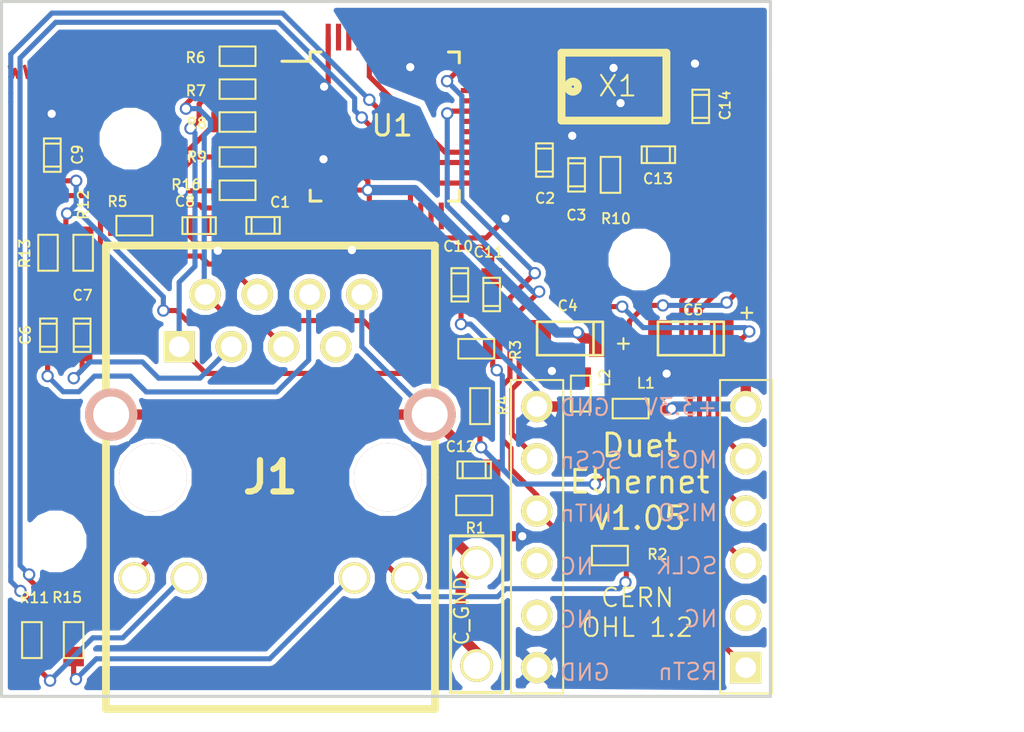
<source format=kicad_pcb>
(kicad_pcb (version 20171130) (host pcbnew "(5.1.4)-1")

  (general
    (thickness 1.6)
    (drawings 18)
    (tracks 519)
    (zones 0)
    (modules 36)
    (nets 33)
  )

  (page A4)
  (title_block
    (title "DuetEthernet Module")
    (date 2017-02-28)
    (rev 1.05)
    (company Duet3D)
    (comment 1 https://github.com/T3P3/Duet/blob/master/LICENSE)
    (comment 2 "Released under the terms of the Duet 3D license agreement: ")
  )

  (layers
    (0 F.Cu signal hide)
    (31 B.Cu signal hide)
    (32 B.Adhes user hide)
    (33 F.Adhes user hide)
    (34 B.Paste user)
    (35 F.Paste user hide)
    (36 B.SilkS user)
    (37 F.SilkS user)
    (38 B.Mask user)
    (39 F.Mask user)
    (40 Dwgs.User user)
    (41 Cmts.User user hide)
    (42 Eco1.User user)
    (43 Eco2.User user hide)
    (44 Edge.Cuts user)
    (45 Margin user)
    (46 B.CrtYd user)
    (47 F.CrtYd user)
    (48 B.Fab user hide)
    (49 F.Fab user)
  )

  (setup
    (last_trace_width 0.25)
    (user_trace_width 0.2)
    (user_trace_width 0.25)
    (user_trace_width 0.4)
    (user_trace_width 0.5)
    (trace_clearance 0.2)
    (zone_clearance 0.23)
    (zone_45_only yes)
    (trace_min 0.2)
    (via_size 0.6)
    (via_drill 0.4)
    (via_min_size 0.4)
    (via_min_drill 0.3)
    (uvia_size 0.3)
    (uvia_drill 0.1)
    (uvias_allowed no)
    (uvia_min_size 0.2)
    (uvia_min_drill 0.1)
    (edge_width 0.15)
    (segment_width 0.2)
    (pcb_text_width 0.3)
    (pcb_text_size 1.5 1.5)
    (mod_edge_width 0.15)
    (mod_text_size 1 1)
    (mod_text_width 0.15)
    (pad_size 4.20116 4.20116)
    (pad_drill 4.20116)
    (pad_to_mask_clearance 0.2)
    (aux_axis_origin 0 0)
    (visible_elements 7FFFFF7F)
    (pcbplotparams
      (layerselection 0x110f8_80000001)
      (usegerberextensions false)
      (usegerberattributes false)
      (usegerberadvancedattributes false)
      (creategerberjobfile false)
      (excludeedgelayer true)
      (linewidth 0.100000)
      (plotframeref false)
      (viasonmask false)
      (mode 1)
      (useauxorigin false)
      (hpglpennumber 1)
      (hpglpenspeed 20)
      (hpglpendiameter 15.000000)
      (psnegative false)
      (psa4output false)
      (plotreference true)
      (plotvalue true)
      (plotinvisibletext false)
      (padsonsilk false)
      (subtractmaskfromsilk false)
      (outputformat 1)
      (mirror false)
      (drillshape 0)
      (scaleselection 1)
      (outputdirectory "DuetEthernetCAM"))
  )

  (net 0 "")
  (net 1 +3V3)
  (net 2 GND)
  (net 3 "Net-(C6-Pad1)")
  (net 4 "Net-(C6-Pad2)")
  (net 5 "Net-(C7-Pad1)")
  (net 6 "Net-(C7-Pad2)")
  (net 7 "Net-(C8-Pad1)")
  (net 8 "Net-(C9-Pad1)")
  (net 9 "Net-(C10-Pad1)")
  (net 10 "Net-(C11-Pad1)")
  (net 11 "Net-(C12-Pad2)")
  (net 12 "Net-(C13-Pad1)")
  (net 13 "Net-(C14-Pad1)")
  (net 14 "Net-(J1-Pad2)")
  (net 15 "Net-(J1-Pad1)")
  (net 16 INTn)
  (net 17 SCSn)
  (net 18 MOSI)
  (net 19 RSTn)
  (net 20 SCLK)
  (net 21 MISO)
  (net 22 "Net-(R6-Pad2)")
  (net 23 "Net-(R7-Pad2)")
  (net 24 "Net-(R8-Pad2)")
  (net 25 "Net-(R9-Pad2)")
  (net 26 "Net-(J1-Pad10)")
  (net 27 ACTLED)
  (net 28 "Net-(J1-Pad11)")
  (net 29 LINKLED)
  (net 30 "Net-(R16-Pad2)")
  (net 31 AGND)
  (net 32 +3V3_A)

  (net_class Default "This is the default net class."
    (clearance 0.2)
    (trace_width 0.25)
    (via_dia 0.6)
    (via_drill 0.4)
    (uvia_dia 0.3)
    (uvia_drill 0.1)
    (add_net +3V3)
    (add_net +3V3_A)
    (add_net ACTLED)
    (add_net AGND)
    (add_net GND)
    (add_net INTn)
    (add_net LINKLED)
    (add_net MISO)
    (add_net MOSI)
    (add_net "Net-(C10-Pad1)")
    (add_net "Net-(C11-Pad1)")
    (add_net "Net-(C12-Pad2)")
    (add_net "Net-(C13-Pad1)")
    (add_net "Net-(C14-Pad1)")
    (add_net "Net-(C6-Pad1)")
    (add_net "Net-(C6-Pad2)")
    (add_net "Net-(C7-Pad1)")
    (add_net "Net-(C7-Pad2)")
    (add_net "Net-(C8-Pad1)")
    (add_net "Net-(C9-Pad1)")
    (add_net "Net-(J1-Pad1)")
    (add_net "Net-(J1-Pad10)")
    (add_net "Net-(J1-Pad11)")
    (add_net "Net-(J1-Pad2)")
    (add_net "Net-(R16-Pad2)")
    (add_net "Net-(R6-Pad2)")
    (add_net "Net-(R7-Pad2)")
    (add_net "Net-(R8-Pad2)")
    (add_net "Net-(R9-Pad2)")
    (add_net RSTn)
    (add_net SCLK)
    (add_net SCSn)
  )

  (net_class 0.5 ""
    (clearance 0.2)
    (trace_width 0.5)
    (via_dia 0.6)
    (via_drill 0.4)
    (uvia_dia 0.3)
    (uvia_drill 0.1)
  )

  (module complib:R_0603 (layer F.Cu) (tedit 5873F281) (tstamp 586C0419)
    (at 138.6 87.8)
    (path /586D6AF5)
    (attr smd)
    (fp_text reference L1 (at 0.74 -1.24) (layer F.SilkS)
      (effects (font (size 0.5 0.5) (thickness 0.09)))
    )
    (fp_text value L_MINI (at 0 0.24892) (layer F.SilkS) hide
      (effects (font (size 0.20066 0.20066) (thickness 0.0508)))
    )
    (fp_line (start -0.87376 -0.47498) (end 0.87376 -0.47498) (layer F.SilkS) (width 0.1))
    (fp_line (start 0.87376 -0.47498) (end 0.87376 0.47498) (layer F.SilkS) (width 0.1))
    (fp_line (start 0.87376 0.47498) (end -0.87376 0.47498) (layer F.SilkS) (width 0.1))
    (fp_line (start -0.87376 0.47498) (end -0.87376 -0.47498) (layer F.SilkS) (width 0.1))
    (pad 1 smd rect (at -0.8001 0) (size 0.94996 1.00076) (layers F.Cu F.Paste F.Mask)
      (net 32 +3V3_A))
    (pad 2 smd rect (at 0.8001 0) (size 0.94996 1.00076) (layers F.Cu F.Paste F.Mask)
      (net 1 +3V3))
    (model smd\resistors\R0603.wrl
      (offset (xyz 0 0 0.02539999961853028))
      (scale (xyz 0.5 0.5 0.5))
      (rotate (xyz 0 0 0))
    )
  )

  (module complib:R_0603 (layer F.Cu) (tedit 5873F27D) (tstamp 586C0423)
    (at 136.17 87.07 270)
    (path /586D66E7)
    (attr smd)
    (fp_text reference L2 (at -0.77 -1.17 270) (layer F.SilkS)
      (effects (font (size 0.5 0.5) (thickness 0.09)))
    )
    (fp_text value L_MINI (at 0 0.24892 270) (layer F.SilkS) hide
      (effects (font (size 0.20066 0.20066) (thickness 0.0508)))
    )
    (fp_line (start -0.87376 -0.47498) (end 0.87376 -0.47498) (layer F.SilkS) (width 0.1))
    (fp_line (start 0.87376 -0.47498) (end 0.87376 0.47498) (layer F.SilkS) (width 0.1))
    (fp_line (start 0.87376 0.47498) (end -0.87376 0.47498) (layer F.SilkS) (width 0.1))
    (fp_line (start -0.87376 0.47498) (end -0.87376 -0.47498) (layer F.SilkS) (width 0.1))
    (pad 1 smd rect (at -0.8001 0 270) (size 0.94996 1.00076) (layers F.Cu F.Paste F.Mask)
      (net 31 AGND))
    (pad 2 smd rect (at 0.8001 0 270) (size 0.94996 1.00076) (layers F.Cu F.Paste F.Mask)
      (net 2 GND))
    (model smd\resistors\R0603.wrl
      (offset (xyz 0 0 0.02539999961853028))
      (scale (xyz 0.5 0.5 0.5))
      (rotate (xyz 0 0 0))
    )
  )

  (module complib:R_0603 (layer F.Cu) (tedit 586F0909) (tstamp 586C0437)
    (at 137.59 94.95)
    (path /586D877F)
    (attr smd)
    (fp_text reference R2 (at 2.31 -0.06) (layer F.SilkS)
      (effects (font (size 0.5 0.5) (thickness 0.09)))
    )
    (fp_text value 4K7 (at 0 0.24892) (layer F.SilkS) hide
      (effects (font (size 0.20066 0.20066) (thickness 0.0508)))
    )
    (fp_line (start -0.87376 -0.47498) (end 0.87376 -0.47498) (layer F.SilkS) (width 0.1))
    (fp_line (start 0.87376 -0.47498) (end 0.87376 0.47498) (layer F.SilkS) (width 0.1))
    (fp_line (start 0.87376 0.47498) (end -0.87376 0.47498) (layer F.SilkS) (width 0.1))
    (fp_line (start -0.87376 0.47498) (end -0.87376 -0.47498) (layer F.SilkS) (width 0.1))
    (pad 1 smd rect (at -0.8001 0) (size 0.94996 1.00076) (layers F.Cu F.Paste F.Mask)
      (net 16 INTn))
    (pad 2 smd rect (at 0.8001 0) (size 0.94996 1.00076) (layers F.Cu F.Paste F.Mask)
      (net 1 +3V3))
    (model smd\resistors\R0603.wrl
      (offset (xyz 0 0 0.02539999961853028))
      (scale (xyz 0.5 0.5 0.5))
      (rotate (xyz 0 0 0))
    )
  )

  (module complib:C_0603 (layer F.Cu) (tedit 58750698) (tstamp 586C03C7)
    (at 139.95 75.45 180)
    (descr "SMT capacitor, 0603")
    (path /5866C2E4)
    (attr smd)
    (fp_text reference C13 (at 0.02 -1.17) (layer F.SilkS)
      (effects (font (size 0.5 0.5) (thickness 0.09)))
    )
    (fp_text value 18p (at 0 0 180) (layer F.SilkS) hide
      (effects (font (size 0.20066 0.20066) (thickness 0.04064)))
    )
    (fp_line (start 0.5588 0.4064) (end 0.5588 -0.4064) (layer F.SilkS) (width 0.1))
    (fp_line (start -0.5588 -0.381) (end -0.5588 0.4064) (layer F.SilkS) (width 0.1))
    (fp_line (start -0.8128 -0.4064) (end 0.8128 -0.4064) (layer F.SilkS) (width 0.1))
    (fp_line (start 0.8128 -0.4064) (end 0.8128 0.4064) (layer F.SilkS) (width 0.1))
    (fp_line (start 0.8128 0.4064) (end -0.8128 0.4064) (layer F.SilkS) (width 0.1))
    (fp_line (start -0.8128 0.4064) (end -0.8128 -0.4064) (layer F.SilkS) (width 0.1))
    (pad 1 smd rect (at 0.8001 0 180) (size 0.94996 1.00076) (layers F.Cu F.Paste F.Mask)
      (net 12 "Net-(C13-Pad1)"))
    (pad 2 smd rect (at -0.8001 0 180) (size 0.94996 1.00076) (layers F.Cu F.Paste F.Mask)
      (net 2 GND))
    (model smd/capacitors/c_0603.wrl
      (at (xyz 0 0 0))
      (scale (xyz 1 1 1))
      (rotate (xyz 0 0 0))
    )
  )

  (module complib:R_0603 (layer F.Cu) (tedit 5891223D) (tstamp 586C04C3)
    (at 119.48 77.18)
    (path /586CAC62)
    (attr smd)
    (fp_text reference R16 (at -2.5 -0.27 180) (layer F.SilkS)
      (effects (font (size 0.5 0.5) (thickness 0.09)))
    )
    (fp_text value 12K4 (at 0 0.24892) (layer F.SilkS) hide
      (effects (font (size 0.20066 0.20066) (thickness 0.0508)))
    )
    (fp_line (start -0.87376 -0.47498) (end 0.87376 -0.47498) (layer F.SilkS) (width 0.1))
    (fp_line (start 0.87376 -0.47498) (end 0.87376 0.47498) (layer F.SilkS) (width 0.1))
    (fp_line (start 0.87376 0.47498) (end -0.87376 0.47498) (layer F.SilkS) (width 0.1))
    (fp_line (start -0.87376 0.47498) (end -0.87376 -0.47498) (layer F.SilkS) (width 0.1))
    (pad 1 smd rect (at -0.8001 0) (size 0.94996 1.00076) (layers F.Cu F.Paste F.Mask)
      (net 31 AGND))
    (pad 2 smd rect (at 0.8001 0) (size 0.94996 1.00076) (layers F.Cu F.Paste F.Mask)
      (net 30 "Net-(R16-Pad2)"))
    (model smd\resistors\R0603.wrl
      (offset (xyz 0 0 0.02539999961853028))
      (scale (xyz 0.5 0.5 0.5))
      (rotate (xyz 0 0 0))
    )
  )

  (module complib:C_0603 (layer F.Cu) (tedit 5874DF7E) (tstamp 586C0397)
    (at 110.47 75.47 270)
    (descr "SMT capacitor, 0603")
    (path /5866EB70)
    (attr smd)
    (fp_text reference C9 (at -0.02 -1.22 270) (layer F.SilkS)
      (effects (font (size 0.5 0.5) (thickness 0.09)))
    )
    (fp_text value 10n (at 0 0 270) (layer F.SilkS) hide
      (effects (font (size 0.20066 0.20066) (thickness 0.04064)))
    )
    (fp_line (start 0.5588 0.4064) (end 0.5588 -0.4064) (layer F.SilkS) (width 0.1))
    (fp_line (start -0.5588 -0.381) (end -0.5588 0.4064) (layer F.SilkS) (width 0.1))
    (fp_line (start -0.8128 -0.4064) (end 0.8128 -0.4064) (layer F.SilkS) (width 0.1))
    (fp_line (start 0.8128 -0.4064) (end 0.8128 0.4064) (layer F.SilkS) (width 0.1))
    (fp_line (start 0.8128 0.4064) (end -0.8128 0.4064) (layer F.SilkS) (width 0.1))
    (fp_line (start -0.8128 0.4064) (end -0.8128 -0.4064) (layer F.SilkS) (width 0.1))
    (pad 1 smd rect (at 0.8001 0 270) (size 0.94996 1.00076) (layers F.Cu F.Paste F.Mask)
      (net 8 "Net-(C9-Pad1)"))
    (pad 2 smd rect (at -0.8001 0 270) (size 0.94996 1.00076) (layers F.Cu F.Paste F.Mask)
      (net 31 AGND))
    (model smd/capacitors/c_0603.wrl
      (at (xyz 0 0 0))
      (scale (xyz 1 1 1))
      (rotate (xyz 0 0 0))
    )
  )

  (module complib:C_0603 (layer F.Cu) (tedit 5874E641) (tstamp 586C0337)
    (at 120.72 78.89 180)
    (descr "SMT capacitor, 0603")
    (path /5866B987)
    (attr smd)
    (fp_text reference C1 (at -0.83 1.13 180) (layer F.SilkS)
      (effects (font (size 0.5 0.5) (thickness 0.09)))
    )
    (fp_text value 0u1 (at 0 0 180) (layer F.SilkS) hide
      (effects (font (size 0.20066 0.20066) (thickness 0.04064)))
    )
    (fp_line (start 0.5588 0.4064) (end 0.5588 -0.4064) (layer F.SilkS) (width 0.1))
    (fp_line (start -0.5588 -0.381) (end -0.5588 0.4064) (layer F.SilkS) (width 0.1))
    (fp_line (start -0.8128 -0.4064) (end 0.8128 -0.4064) (layer F.SilkS) (width 0.1))
    (fp_line (start 0.8128 -0.4064) (end 0.8128 0.4064) (layer F.SilkS) (width 0.1))
    (fp_line (start 0.8128 0.4064) (end -0.8128 0.4064) (layer F.SilkS) (width 0.1))
    (fp_line (start -0.8128 0.4064) (end -0.8128 -0.4064) (layer F.SilkS) (width 0.1))
    (pad 1 smd rect (at 0.8001 0 180) (size 0.94996 1.00076) (layers F.Cu F.Paste F.Mask)
      (net 32 +3V3_A))
    (pad 2 smd rect (at -0.8001 0 180) (size 0.94996 1.00076) (layers F.Cu F.Paste F.Mask)
      (net 31 AGND))
    (model smd/capacitors/c_0603.wrl
      (at (xyz 0 0 0))
      (scale (xyz 1 1 1))
      (rotate (xyz 0 0 0))
    )
  )

  (module complib:C_0603 (layer F.Cu) (tedit 58750667) (tstamp 586C0343)
    (at 134.41 75.71 270)
    (descr "SMT capacitor, 0603")
    (path /5866B91C)
    (attr smd)
    (fp_text reference C2 (at 1.86 -0.03) (layer F.SilkS)
      (effects (font (size 0.5 0.5) (thickness 0.09)))
    )
    (fp_text value 0u1 (at 0 0 270) (layer F.SilkS) hide
      (effects (font (size 0.20066 0.20066) (thickness 0.04064)))
    )
    (fp_line (start 0.5588 0.4064) (end 0.5588 -0.4064) (layer F.SilkS) (width 0.1))
    (fp_line (start -0.5588 -0.381) (end -0.5588 0.4064) (layer F.SilkS) (width 0.1))
    (fp_line (start -0.8128 -0.4064) (end 0.8128 -0.4064) (layer F.SilkS) (width 0.1))
    (fp_line (start 0.8128 -0.4064) (end 0.8128 0.4064) (layer F.SilkS) (width 0.1))
    (fp_line (start 0.8128 0.4064) (end -0.8128 0.4064) (layer F.SilkS) (width 0.1))
    (fp_line (start -0.8128 0.4064) (end -0.8128 -0.4064) (layer F.SilkS) (width 0.1))
    (pad 1 smd rect (at 0.8001 0 270) (size 0.94996 1.00076) (layers F.Cu F.Paste F.Mask)
      (net 1 +3V3))
    (pad 2 smd rect (at -0.8001 0 270) (size 0.94996 1.00076) (layers F.Cu F.Paste F.Mask)
      (net 2 GND))
    (model smd/capacitors/c_0603.wrl
      (at (xyz 0 0 0))
      (scale (xyz 1 1 1))
      (rotate (xyz 0 0 0))
    )
  )

  (module complib:C_0603 (layer F.Cu) (tedit 5875065D) (tstamp 586C034F)
    (at 135.97 76.43 270)
    (descr "SMT capacitor, 0603")
    (path /5866B94D)
    (attr smd)
    (fp_text reference C3 (at 1.96 0.01 180) (layer F.SilkS)
      (effects (font (size 0.5 0.5) (thickness 0.09)))
    )
    (fp_text value 0u1 (at 0 0 270) (layer F.SilkS) hide
      (effects (font (size 0.20066 0.20066) (thickness 0.04064)))
    )
    (fp_line (start 0.5588 0.4064) (end 0.5588 -0.4064) (layer F.SilkS) (width 0.1))
    (fp_line (start -0.5588 -0.381) (end -0.5588 0.4064) (layer F.SilkS) (width 0.1))
    (fp_line (start -0.8128 -0.4064) (end 0.8128 -0.4064) (layer F.SilkS) (width 0.1))
    (fp_line (start 0.8128 -0.4064) (end 0.8128 0.4064) (layer F.SilkS) (width 0.1))
    (fp_line (start 0.8128 0.4064) (end -0.8128 0.4064) (layer F.SilkS) (width 0.1))
    (fp_line (start -0.8128 0.4064) (end -0.8128 -0.4064) (layer F.SilkS) (width 0.1))
    (pad 1 smd rect (at 0.8001 0 270) (size 0.94996 1.00076) (layers F.Cu F.Paste F.Mask)
      (net 1 +3V3))
    (pad 2 smd rect (at -0.8001 0 270) (size 0.94996 1.00076) (layers F.Cu F.Paste F.Mask)
      (net 2 GND))
    (model smd/capacitors/c_0603.wrl
      (at (xyz 0 0 0))
      (scale (xyz 1 1 1))
      (rotate (xyz 0 0 0))
    )
  )

  (module complib:C_1206_pol (layer F.Cu) (tedit 5874F24E) (tstamp 586C035B)
    (at 135.65 84.39)
    (descr "SMT capacitor, 1206")
    (path /586ECC61)
    (attr smd)
    (fp_text reference C4 (at -0.11 -1.59) (layer F.SilkS)
      (effects (font (size 0.50038 0.50038) (thickness 0.09)))
    )
    (fp_text value 10uF/16V (at 0 0.0508) (layer F.SilkS) hide
      (effects (font (size 0.50038 0.50038) (thickness 0.11938)))
    )
    (fp_text user + (at 2.6 0.2) (layer F.SilkS)
      (effects (font (size 0.7 0.7) (thickness 0.1)))
    )
    (fp_line (start 1.143 0.8128) (end 1.143 -0.8128) (layer F.SilkS) (width 0.127))
    (fp_line (start -1.6002 -0.8128) (end -1.6002 0.8128) (layer F.SilkS) (width 0.127))
    (fp_line (start -1.6002 0.8128) (end 1.6002 0.8128) (layer F.SilkS) (width 0.127))
    (fp_line (start 1.6002 0.8128) (end 1.6002 -0.8128) (layer F.SilkS) (width 0.127))
    (fp_line (start 1.6002 -0.8128) (end -1.6002 -0.8128) (layer F.SilkS) (width 0.127))
    (pad 1 smd rect (at 1.50114 0) (size 1.15062 1.80086) (layers F.Cu F.Paste F.Mask)
      (net 32 +3V3_A))
    (pad 2 smd rect (at -1.50114 0) (size 1.15062 1.80086) (layers F.Cu F.Paste F.Mask)
      (net 31 AGND))
    (model smd/capacitors/c_1206.wrl
      (at (xyz 0 0 0))
      (scale (xyz 1 1 1))
      (rotate (xyz 0 0 0))
    )
  )

  (module complib:C_1206_pol (layer F.Cu) (tedit 5891C23E) (tstamp 586C0367)
    (at 141.53 84.39)
    (descr "SMT capacitor, 1206")
    (path /586ED1A6)
    (attr smd)
    (fp_text reference C5 (at 0.11 -1.39 180) (layer F.SilkS)
      (effects (font (size 0.50038 0.50038) (thickness 0.09)))
    )
    (fp_text value 10uF/16V (at 0 0.0508) (layer F.SilkS) hide
      (effects (font (size 0.50038 0.50038) (thickness 0.11938)))
    )
    (fp_text user + (at 2.67 -1.25 90) (layer F.SilkS)
      (effects (font (size 0.7 0.7) (thickness 0.1)))
    )
    (fp_line (start 1.143 0.8128) (end 1.143 -0.8128) (layer F.SilkS) (width 0.127))
    (fp_line (start -1.6002 -0.8128) (end -1.6002 0.8128) (layer F.SilkS) (width 0.127))
    (fp_line (start -1.6002 0.8128) (end 1.6002 0.8128) (layer F.SilkS) (width 0.127))
    (fp_line (start 1.6002 0.8128) (end 1.6002 -0.8128) (layer F.SilkS) (width 0.127))
    (fp_line (start 1.6002 -0.8128) (end -1.6002 -0.8128) (layer F.SilkS) (width 0.127))
    (pad 1 smd rect (at 1.50114 0) (size 1.15062 1.80086) (layers F.Cu F.Paste F.Mask)
      (net 1 +3V3))
    (pad 2 smd rect (at -1.50114 0) (size 1.15062 1.80086) (layers F.Cu F.Paste F.Mask)
      (net 2 GND))
    (model smd/capacitors/c_1206.wrl
      (at (xyz 0 0 0))
      (scale (xyz 1 1 1))
      (rotate (xyz 0 0 0))
    )
  )

  (module complib:C_0603 (layer F.Cu) (tedit 5874F1D9) (tstamp 586C0373)
    (at 110.28 84.23 90)
    (descr "SMT capacitor, 0603")
    (path /5866DFDC)
    (attr smd)
    (fp_text reference C6 (at 0 -1.12 90) (layer F.SilkS)
      (effects (font (size 0.5 0.5) (thickness 0.09)))
    )
    (fp_text value 6n8 (at 0 0 90) (layer F.SilkS) hide
      (effects (font (size 0.20066 0.20066) (thickness 0.04064)))
    )
    (fp_line (start 0.5588 0.4064) (end 0.5588 -0.4064) (layer F.SilkS) (width 0.1))
    (fp_line (start -0.5588 -0.381) (end -0.5588 0.4064) (layer F.SilkS) (width 0.1))
    (fp_line (start -0.8128 -0.4064) (end 0.8128 -0.4064) (layer F.SilkS) (width 0.1))
    (fp_line (start 0.8128 -0.4064) (end 0.8128 0.4064) (layer F.SilkS) (width 0.1))
    (fp_line (start 0.8128 0.4064) (end -0.8128 0.4064) (layer F.SilkS) (width 0.1))
    (fp_line (start -0.8128 0.4064) (end -0.8128 -0.4064) (layer F.SilkS) (width 0.1))
    (pad 1 smd rect (at 0.8001 0 90) (size 0.94996 1.00076) (layers F.Cu F.Paste F.Mask)
      (net 3 "Net-(C6-Pad1)"))
    (pad 2 smd rect (at -0.8001 0 90) (size 0.94996 1.00076) (layers F.Cu F.Paste F.Mask)
      (net 4 "Net-(C6-Pad2)"))
    (model smd/capacitors/c_0603.wrl
      (at (xyz 0 0 0))
      (scale (xyz 1 1 1))
      (rotate (xyz 0 0 0))
    )
  )

  (module complib:C_0603 (layer F.Cu) (tedit 5874F1D4) (tstamp 586C037F)
    (at 111.92 84.23 90)
    (descr "SMT capacitor, 0603")
    (path /5866E6AD)
    (attr smd)
    (fp_text reference C7 (at 1.94 0.02 180) (layer F.SilkS)
      (effects (font (size 0.5 0.5) (thickness 0.09)))
    )
    (fp_text value 6n8 (at 0 0 90) (layer F.SilkS) hide
      (effects (font (size 0.20066 0.20066) (thickness 0.04064)))
    )
    (fp_line (start 0.5588 0.4064) (end 0.5588 -0.4064) (layer F.SilkS) (width 0.1))
    (fp_line (start -0.5588 -0.381) (end -0.5588 0.4064) (layer F.SilkS) (width 0.1))
    (fp_line (start -0.8128 -0.4064) (end 0.8128 -0.4064) (layer F.SilkS) (width 0.1))
    (fp_line (start 0.8128 -0.4064) (end 0.8128 0.4064) (layer F.SilkS) (width 0.1))
    (fp_line (start 0.8128 0.4064) (end -0.8128 0.4064) (layer F.SilkS) (width 0.1))
    (fp_line (start -0.8128 0.4064) (end -0.8128 -0.4064) (layer F.SilkS) (width 0.1))
    (pad 1 smd rect (at 0.8001 0 90) (size 0.94996 1.00076) (layers F.Cu F.Paste F.Mask)
      (net 5 "Net-(C7-Pad1)"))
    (pad 2 smd rect (at -0.8001 0 90) (size 0.94996 1.00076) (layers F.Cu F.Paste F.Mask)
      (net 6 "Net-(C7-Pad2)"))
    (model smd/capacitors/c_0603.wrl
      (at (xyz 0 0 0))
      (scale (xyz 1 1 1))
      (rotate (xyz 0 0 0))
    )
  )

  (module complib:C_0603 (layer F.Cu) (tedit 58912242) (tstamp 586C038B)
    (at 117.61 78.9)
    (descr "SMT capacitor, 0603")
    (path /5866F4A2)
    (attr smd)
    (fp_text reference C8 (at -0.69 -1.18) (layer F.SilkS)
      (effects (font (size 0.5 0.5) (thickness 0.09)))
    )
    (fp_text value 22n (at 0 0) (layer F.SilkS) hide
      (effects (font (size 0.20066 0.20066) (thickness 0.04064)))
    )
    (fp_line (start 0.5588 0.4064) (end 0.5588 -0.4064) (layer F.SilkS) (width 0.1))
    (fp_line (start -0.5588 -0.381) (end -0.5588 0.4064) (layer F.SilkS) (width 0.1))
    (fp_line (start -0.8128 -0.4064) (end 0.8128 -0.4064) (layer F.SilkS) (width 0.1))
    (fp_line (start 0.8128 -0.4064) (end 0.8128 0.4064) (layer F.SilkS) (width 0.1))
    (fp_line (start 0.8128 0.4064) (end -0.8128 0.4064) (layer F.SilkS) (width 0.1))
    (fp_line (start -0.8128 0.4064) (end -0.8128 -0.4064) (layer F.SilkS) (width 0.1))
    (pad 1 smd rect (at 0.8001 0) (size 0.94996 1.00076) (layers F.Cu F.Paste F.Mask)
      (net 7 "Net-(C8-Pad1)"))
    (pad 2 smd rect (at -0.8001 0) (size 0.94996 1.00076) (layers F.Cu F.Paste F.Mask)
      (net 31 AGND))
    (model smd/capacitors/c_0603.wrl
      (at (xyz 0 0 0))
      (scale (xyz 1 1 1))
      (rotate (xyz 0 0 0))
    )
  )

  (module complib:C_0603 (layer F.Cu) (tedit 5875067E) (tstamp 586C03A3)
    (at 130.29 81.78 90)
    (descr "SMT capacitor, 0603")
    (path /5866BFF5)
    (attr smd)
    (fp_text reference C10 (at 1.87 -0.08) (layer F.SilkS)
      (effects (font (size 0.5 0.5) (thickness 0.09)))
    )
    (fp_text value 4u7 (at 0 0 90) (layer F.SilkS) hide
      (effects (font (size 0.20066 0.20066) (thickness 0.04064)))
    )
    (fp_line (start 0.5588 0.4064) (end 0.5588 -0.4064) (layer F.SilkS) (width 0.1))
    (fp_line (start -0.5588 -0.381) (end -0.5588 0.4064) (layer F.SilkS) (width 0.1))
    (fp_line (start -0.8128 -0.4064) (end 0.8128 -0.4064) (layer F.SilkS) (width 0.1))
    (fp_line (start 0.8128 -0.4064) (end 0.8128 0.4064) (layer F.SilkS) (width 0.1))
    (fp_line (start 0.8128 0.4064) (end -0.8128 0.4064) (layer F.SilkS) (width 0.1))
    (fp_line (start -0.8128 0.4064) (end -0.8128 -0.4064) (layer F.SilkS) (width 0.1))
    (pad 1 smd rect (at 0.8001 0 90) (size 0.94996 1.00076) (layers F.Cu F.Paste F.Mask)
      (net 9 "Net-(C10-Pad1)"))
    (pad 2 smd rect (at -0.8001 0 90) (size 0.94996 1.00076) (layers F.Cu F.Paste F.Mask)
      (net 2 GND))
    (model smd/capacitors/c_0603.wrl
      (at (xyz 0 0 0))
      (scale (xyz 1 1 1))
      (rotate (xyz 0 0 0))
    )
  )

  (module complib:C_0603 (layer F.Cu) (tedit 5875066F) (tstamp 586C03AF)
    (at 131.84 82.25 90)
    (descr "SMT capacitor, 0603")
    (path /5866BABD)
    (attr smd)
    (fp_text reference C11 (at 2.06 -0.15 180) (layer F.SilkS)
      (effects (font (size 0.5 0.5) (thickness 0.09)))
    )
    (fp_text value 10n (at 0 0 90) (layer F.SilkS) hide
      (effects (font (size 0.20066 0.20066) (thickness 0.04064)))
    )
    (fp_line (start 0.5588 0.4064) (end 0.5588 -0.4064) (layer F.SilkS) (width 0.1))
    (fp_line (start -0.5588 -0.381) (end -0.5588 0.4064) (layer F.SilkS) (width 0.1))
    (fp_line (start -0.8128 -0.4064) (end 0.8128 -0.4064) (layer F.SilkS) (width 0.1))
    (fp_line (start 0.8128 -0.4064) (end 0.8128 0.4064) (layer F.SilkS) (width 0.1))
    (fp_line (start 0.8128 0.4064) (end -0.8128 0.4064) (layer F.SilkS) (width 0.1))
    (fp_line (start -0.8128 0.4064) (end -0.8128 -0.4064) (layer F.SilkS) (width 0.1))
    (pad 1 smd rect (at 0.8001 0 90) (size 0.94996 1.00076) (layers F.Cu F.Paste F.Mask)
      (net 10 "Net-(C11-Pad1)"))
    (pad 2 smd rect (at -0.8001 0 90) (size 0.94996 1.00076) (layers F.Cu F.Paste F.Mask)
      (net 2 GND))
    (model smd/capacitors/c_0603.wrl
      (at (xyz 0 0 0))
      (scale (xyz 1 1 1))
      (rotate (xyz 0 0 0))
    )
  )

  (module complib:C_0603 (layer F.Cu) (tedit 58B5C6B1) (tstamp 586C03BB)
    (at 130.99 90.78)
    (descr "SMT capacitor, 0603")
    (path /586BDA20)
    (attr smd)
    (fp_text reference C12 (at -0.66 -1.13 180) (layer F.SilkS)
      (effects (font (size 0.5 0.5) (thickness 0.09)))
    )
    (fp_text value "0u01 +200V" (at 0 0) (layer F.SilkS) hide
      (effects (font (size 0.20066 0.20066) (thickness 0.04064)))
    )
    (fp_line (start 0.5588 0.4064) (end 0.5588 -0.4064) (layer F.SilkS) (width 0.1))
    (fp_line (start -0.5588 -0.381) (end -0.5588 0.4064) (layer F.SilkS) (width 0.1))
    (fp_line (start -0.8128 -0.4064) (end 0.8128 -0.4064) (layer F.SilkS) (width 0.1))
    (fp_line (start 0.8128 -0.4064) (end 0.8128 0.4064) (layer F.SilkS) (width 0.1))
    (fp_line (start 0.8128 0.4064) (end -0.8128 0.4064) (layer F.SilkS) (width 0.1))
    (fp_line (start -0.8128 0.4064) (end -0.8128 -0.4064) (layer F.SilkS) (width 0.1))
    (pad 1 smd rect (at 0.8001 0) (size 0.94996 1.00076) (layers F.Cu F.Paste F.Mask)
      (net 2 GND))
    (pad 2 smd rect (at -0.8001 0) (size 0.94996 1.00076) (layers F.Cu F.Paste F.Mask)
      (net 11 "Net-(C12-Pad2)"))
    (model smd/capacitors/c_0603.wrl
      (at (xyz 0 0 0))
      (scale (xyz 1 1 1))
      (rotate (xyz 0 0 0))
    )
  )

  (module complib:C_0603 (layer F.Cu) (tedit 586F08D1) (tstamp 586C03D3)
    (at 142.01 73.1 270)
    (descr "SMT capacitor, 0603")
    (path /5866C0BE)
    (attr smd)
    (fp_text reference C14 (at -0.05 -1.185399 270) (layer F.SilkS)
      (effects (font (size 0.5 0.5) (thickness 0.09)))
    )
    (fp_text value 18p (at 0 0 270) (layer F.SilkS) hide
      (effects (font (size 0.20066 0.20066) (thickness 0.04064)))
    )
    (fp_line (start 0.5588 0.4064) (end 0.5588 -0.4064) (layer F.SilkS) (width 0.1))
    (fp_line (start -0.5588 -0.381) (end -0.5588 0.4064) (layer F.SilkS) (width 0.1))
    (fp_line (start -0.8128 -0.4064) (end 0.8128 -0.4064) (layer F.SilkS) (width 0.1))
    (fp_line (start 0.8128 -0.4064) (end 0.8128 0.4064) (layer F.SilkS) (width 0.1))
    (fp_line (start 0.8128 0.4064) (end -0.8128 0.4064) (layer F.SilkS) (width 0.1))
    (fp_line (start -0.8128 0.4064) (end -0.8128 -0.4064) (layer F.SilkS) (width 0.1))
    (pad 1 smd rect (at 0.8001 0 270) (size 0.94996 1.00076) (layers F.Cu F.Paste F.Mask)
      (net 13 "Net-(C14-Pad1)"))
    (pad 2 smd rect (at -0.8001 0 270) (size 0.94996 1.00076) (layers F.Cu F.Paste F.Mask)
      (net 2 GND))
    (model smd/capacitors/c_0603.wrl
      (at (xyz 0 0 0))
      (scale (xyz 1 1 1))
      (rotate (xyz 0 0 0))
    )
  )

  (module complib:R_0603 (layer F.Cu) (tedit 5873F277) (tstamp 586C0441)
    (at 131.09 84.89)
    (path /5866DA09)
    (attr smd)
    (fp_text reference R3 (at 1.91 0.06 90) (layer F.SilkS)
      (effects (font (size 0.5 0.5) (thickness 0.09)))
    )
    (fp_text value 49R9 (at 0 0.24892) (layer F.SilkS) hide
      (effects (font (size 0.20066 0.20066) (thickness 0.0508)))
    )
    (fp_line (start -0.87376 -0.47498) (end 0.87376 -0.47498) (layer F.SilkS) (width 0.1))
    (fp_line (start 0.87376 -0.47498) (end 0.87376 0.47498) (layer F.SilkS) (width 0.1))
    (fp_line (start 0.87376 0.47498) (end -0.87376 0.47498) (layer F.SilkS) (width 0.1))
    (fp_line (start -0.87376 0.47498) (end -0.87376 -0.47498) (layer F.SilkS) (width 0.1))
    (pad 1 smd rect (at -0.8001 0) (size 0.94996 1.00076) (layers F.Cu F.Paste F.Mask)
      (net 14 "Net-(J1-Pad2)"))
    (pad 2 smd rect (at 0.8001 0) (size 0.94996 1.00076) (layers F.Cu F.Paste F.Mask)
      (net 32 +3V3_A))
    (model smd\resistors\R0603.wrl
      (offset (xyz 0 0 0.02539999961853028))
      (scale (xyz 0.5 0.5 0.5))
      (rotate (xyz 0 0 0))
    )
  )

  (module complib:R_0603 (layer F.Cu) (tedit 5873F5E5) (tstamp 586C044B)
    (at 131.27 87.68 270)
    (path /5866D72F)
    (attr smd)
    (fp_text reference R4 (at -0.03 -1.12 270) (layer F.SilkS)
      (effects (font (size 0.5 0.5) (thickness 0.09)))
    )
    (fp_text value 49R9 (at 0 0.24892 270) (layer F.SilkS) hide
      (effects (font (size 0.20066 0.20066) (thickness 0.0508)))
    )
    (fp_line (start -0.87376 -0.47498) (end 0.87376 -0.47498) (layer F.SilkS) (width 0.1))
    (fp_line (start 0.87376 -0.47498) (end 0.87376 0.47498) (layer F.SilkS) (width 0.1))
    (fp_line (start 0.87376 0.47498) (end -0.87376 0.47498) (layer F.SilkS) (width 0.1))
    (fp_line (start -0.87376 0.47498) (end -0.87376 -0.47498) (layer F.SilkS) (width 0.1))
    (pad 1 smd rect (at -0.8001 0 270) (size 0.94996 1.00076) (layers F.Cu F.Paste F.Mask)
      (net 15 "Net-(J1-Pad1)"))
    (pad 2 smd rect (at 0.8001 0 270) (size 0.94996 1.00076) (layers F.Cu F.Paste F.Mask)
      (net 32 +3V3_A))
    (model smd\resistors\R0603.wrl
      (offset (xyz 0 0 0.02539999961853028))
      (scale (xyz 0.5 0.5 0.5))
      (rotate (xyz 0 0 0))
    )
  )

  (module complib:R_0603 (layer F.Cu) (tedit 5874F1E7) (tstamp 586C0455)
    (at 114.46 78.9 180)
    (path /5866EF47)
    (attr smd)
    (fp_text reference R5 (at 0.82 1.17 180) (layer F.SilkS)
      (effects (font (size 0.5 0.5) (thickness 0.09)))
    )
    (fp_text value 10R (at 0 0.24892 180) (layer F.SilkS) hide
      (effects (font (size 0.20066 0.20066) (thickness 0.0508)))
    )
    (fp_line (start -0.87376 -0.47498) (end 0.87376 -0.47498) (layer F.SilkS) (width 0.1))
    (fp_line (start 0.87376 -0.47498) (end 0.87376 0.47498) (layer F.SilkS) (width 0.1))
    (fp_line (start 0.87376 0.47498) (end -0.87376 0.47498) (layer F.SilkS) (width 0.1))
    (fp_line (start -0.87376 0.47498) (end -0.87376 -0.47498) (layer F.SilkS) (width 0.1))
    (pad 1 smd rect (at -0.8001 0 180) (size 0.94996 1.00076) (layers F.Cu F.Paste F.Mask)
      (net 7 "Net-(C8-Pad1)"))
    (pad 2 smd rect (at 0.8001 0 180) (size 0.94996 1.00076) (layers F.Cu F.Paste F.Mask)
      (net 32 +3V3_A))
    (model smd\resistors\R0603.wrl
      (offset (xyz 0 0 0.02539999961853028))
      (scale (xyz 0.5 0.5 0.5))
      (rotate (xyz 0 0 0))
    )
  )

  (module complib:R_0603 (layer F.Cu) (tedit 58912224) (tstamp 586C045F)
    (at 119.48 70.66)
    (path /5866CB31)
    (attr smd)
    (fp_text reference R6 (at -2.04 0.07) (layer F.SilkS)
      (effects (font (size 0.5 0.5) (thickness 0.09)))
    )
    (fp_text value 33R (at 0 0.24892) (layer F.SilkS) hide
      (effects (font (size 0.20066 0.20066) (thickness 0.0508)))
    )
    (fp_line (start -0.87376 -0.47498) (end 0.87376 -0.47498) (layer F.SilkS) (width 0.1))
    (fp_line (start 0.87376 -0.47498) (end 0.87376 0.47498) (layer F.SilkS) (width 0.1))
    (fp_line (start 0.87376 0.47498) (end -0.87376 0.47498) (layer F.SilkS) (width 0.1))
    (fp_line (start -0.87376 0.47498) (end -0.87376 -0.47498) (layer F.SilkS) (width 0.1))
    (pad 1 smd rect (at -0.8001 0) (size 0.94996 1.00076) (layers F.Cu F.Paste F.Mask)
      (net 14 "Net-(J1-Pad2)"))
    (pad 2 smd rect (at 0.8001 0) (size 0.94996 1.00076) (layers F.Cu F.Paste F.Mask)
      (net 22 "Net-(R6-Pad2)"))
    (model smd\resistors\R0603.wrl
      (offset (xyz 0 0 0.02539999961853028))
      (scale (xyz 0.5 0.5 0.5))
      (rotate (xyz 0 0 0))
    )
  )

  (module complib:R_0603 (layer F.Cu) (tedit 58912227) (tstamp 586C0469)
    (at 119.48 72.26)
    (path /5866D008)
    (attr smd)
    (fp_text reference R7 (at -2.03 0.08) (layer F.SilkS)
      (effects (font (size 0.5 0.5) (thickness 0.09)))
    )
    (fp_text value 33R (at 0 0.24892) (layer F.SilkS) hide
      (effects (font (size 0.20066 0.20066) (thickness 0.0508)))
    )
    (fp_line (start -0.87376 -0.47498) (end 0.87376 -0.47498) (layer F.SilkS) (width 0.1))
    (fp_line (start 0.87376 -0.47498) (end 0.87376 0.47498) (layer F.SilkS) (width 0.1))
    (fp_line (start 0.87376 0.47498) (end -0.87376 0.47498) (layer F.SilkS) (width 0.1))
    (fp_line (start -0.87376 0.47498) (end -0.87376 -0.47498) (layer F.SilkS) (width 0.1))
    (pad 1 smd rect (at -0.8001 0) (size 0.94996 1.00076) (layers F.Cu F.Paste F.Mask)
      (net 15 "Net-(J1-Pad1)"))
    (pad 2 smd rect (at 0.8001 0) (size 0.94996 1.00076) (layers F.Cu F.Paste F.Mask)
      (net 23 "Net-(R7-Pad2)"))
    (model smd\resistors\R0603.wrl
      (offset (xyz 0 0 0.02539999961853028))
      (scale (xyz 0.5 0.5 0.5))
      (rotate (xyz 0 0 0))
    )
  )

  (module complib:R_0603 (layer F.Cu) (tedit 5891222C) (tstamp 586C0473)
    (at 119.48 73.86)
    (path /5866D04D)
    (attr smd)
    (fp_text reference R8 (at -1.98 0.07) (layer F.SilkS)
      (effects (font (size 0.5 0.5) (thickness 0.09)))
    )
    (fp_text value 33R (at 0 0.24892) (layer F.SilkS) hide
      (effects (font (size 0.20066 0.20066) (thickness 0.0508)))
    )
    (fp_line (start -0.87376 -0.47498) (end 0.87376 -0.47498) (layer F.SilkS) (width 0.1))
    (fp_line (start 0.87376 -0.47498) (end 0.87376 0.47498) (layer F.SilkS) (width 0.1))
    (fp_line (start 0.87376 0.47498) (end -0.87376 0.47498) (layer F.SilkS) (width 0.1))
    (fp_line (start -0.87376 0.47498) (end -0.87376 -0.47498) (layer F.SilkS) (width 0.1))
    (pad 1 smd rect (at -0.8001 0) (size 0.94996 1.00076) (layers F.Cu F.Paste F.Mask)
      (net 3 "Net-(C6-Pad1)"))
    (pad 2 smd rect (at 0.8001 0) (size 0.94996 1.00076) (layers F.Cu F.Paste F.Mask)
      (net 24 "Net-(R8-Pad2)"))
    (model smd\resistors\R0603.wrl
      (offset (xyz 0 0 0.02539999961853028))
      (scale (xyz 0.5 0.5 0.5))
      (rotate (xyz 0 0 0))
    )
  )

  (module complib:R_0603 (layer F.Cu) (tedit 58912230) (tstamp 586C047D)
    (at 119.48 75.56)
    (path /5866D091)
    (attr smd)
    (fp_text reference R9 (at -1.98 0) (layer F.SilkS)
      (effects (font (size 0.5 0.5) (thickness 0.09)))
    )
    (fp_text value 33R (at 0 0.24892) (layer F.SilkS) hide
      (effects (font (size 0.20066 0.20066) (thickness 0.0508)))
    )
    (fp_line (start -0.87376 -0.47498) (end 0.87376 -0.47498) (layer F.SilkS) (width 0.1))
    (fp_line (start 0.87376 -0.47498) (end 0.87376 0.47498) (layer F.SilkS) (width 0.1))
    (fp_line (start 0.87376 0.47498) (end -0.87376 0.47498) (layer F.SilkS) (width 0.1))
    (fp_line (start -0.87376 0.47498) (end -0.87376 -0.47498) (layer F.SilkS) (width 0.1))
    (pad 1 smd rect (at -0.8001 0) (size 0.94996 1.00076) (layers F.Cu F.Paste F.Mask)
      (net 5 "Net-(C7-Pad1)"))
    (pad 2 smd rect (at 0.8001 0) (size 0.94996 1.00076) (layers F.Cu F.Paste F.Mask)
      (net 25 "Net-(R9-Pad2)"))
    (model smd\resistors\R0603.wrl
      (offset (xyz 0 0 0.02539999961853028))
      (scale (xyz 0.5 0.5 0.5))
      (rotate (xyz 0 0 0))
    )
  )

  (module complib:R_0603 (layer F.Cu) (tedit 5873F18E) (tstamp 586C0487)
    (at 137.62 76.43 90)
    (path /5866C865)
    (attr smd)
    (fp_text reference R10 (at -2.13 0.26 180) (layer F.SilkS)
      (effects (font (size 0.5 0.5) (thickness 0.09)))
    )
    (fp_text value 1M (at 0 0.24892 90) (layer F.SilkS) hide
      (effects (font (size 0.20066 0.20066) (thickness 0.0508)))
    )
    (fp_line (start -0.87376 -0.47498) (end 0.87376 -0.47498) (layer F.SilkS) (width 0.1))
    (fp_line (start 0.87376 -0.47498) (end 0.87376 0.47498) (layer F.SilkS) (width 0.1))
    (fp_line (start 0.87376 0.47498) (end -0.87376 0.47498) (layer F.SilkS) (width 0.1))
    (fp_line (start -0.87376 0.47498) (end -0.87376 -0.47498) (layer F.SilkS) (width 0.1))
    (pad 1 smd rect (at -0.8001 0 90) (size 0.94996 1.00076) (layers F.Cu F.Paste F.Mask)
      (net 13 "Net-(C14-Pad1)"))
    (pad 2 smd rect (at 0.8001 0 90) (size 0.94996 1.00076) (layers F.Cu F.Paste F.Mask)
      (net 12 "Net-(C13-Pad1)"))
    (model smd\resistors\R0603.wrl
      (offset (xyz 0 0 0.02539999961853028))
      (scale (xyz 0.5 0.5 0.5))
      (rotate (xyz 0 0 0))
    )
  )

  (module complib:R_0603 (layer F.Cu) (tedit 5874F1CB) (tstamp 586C0491)
    (at 109.474 99.06 90)
    (path /5866FC85)
    (attr smd)
    (fp_text reference R11 (at 2.06 0.114 180) (layer F.SilkS)
      (effects (font (size 0.5 0.5) (thickness 0.09)))
    )
    (fp_text value 220R (at 0 0.24892 90) (layer F.SilkS) hide
      (effects (font (size 0.20066 0.20066) (thickness 0.0508)))
    )
    (fp_line (start -0.87376 -0.47498) (end 0.87376 -0.47498) (layer F.SilkS) (width 0.1))
    (fp_line (start 0.87376 -0.47498) (end 0.87376 0.47498) (layer F.SilkS) (width 0.1))
    (fp_line (start 0.87376 0.47498) (end -0.87376 0.47498) (layer F.SilkS) (width 0.1))
    (fp_line (start -0.87376 0.47498) (end -0.87376 -0.47498) (layer F.SilkS) (width 0.1))
    (pad 1 smd rect (at -0.8001 0 90) (size 0.94996 1.00076) (layers F.Cu F.Paste F.Mask)
      (net 26 "Net-(J1-Pad10)"))
    (pad 2 smd rect (at 0.8001 0 90) (size 0.94996 1.00076) (layers F.Cu F.Paste F.Mask)
      (net 27 ACTLED))
    (model smd\resistors\R0603.wrl
      (offset (xyz 0 0 0.02539999961853028))
      (scale (xyz 0.5 0.5 0.5))
      (rotate (xyz 0 0 0))
    )
  )

  (module complib:R_0603 (layer F.Cu) (tedit 5874F1E2) (tstamp 586C049B)
    (at 111.97 80.22 270)
    (path /5866DAAA)
    (attr smd)
    (fp_text reference R12 (at -2.33 -0.01 270) (layer F.SilkS)
      (effects (font (size 0.5 0.5) (thickness 0.09)))
    )
    (fp_text value 49R9 (at 0 0.24892 270) (layer F.SilkS) hide
      (effects (font (size 0.20066 0.20066) (thickness 0.0508)))
    )
    (fp_line (start -0.87376 -0.47498) (end 0.87376 -0.47498) (layer F.SilkS) (width 0.1))
    (fp_line (start 0.87376 -0.47498) (end 0.87376 0.47498) (layer F.SilkS) (width 0.1))
    (fp_line (start 0.87376 0.47498) (end -0.87376 0.47498) (layer F.SilkS) (width 0.1))
    (fp_line (start -0.87376 0.47498) (end -0.87376 -0.47498) (layer F.SilkS) (width 0.1))
    (pad 1 smd rect (at -0.8001 0 270) (size 0.94996 1.00076) (layers F.Cu F.Paste F.Mask)
      (net 8 "Net-(C9-Pad1)"))
    (pad 2 smd rect (at 0.8001 0 270) (size 0.94996 1.00076) (layers F.Cu F.Paste F.Mask)
      (net 5 "Net-(C7-Pad1)"))
    (model smd\resistors\R0603.wrl
      (offset (xyz 0 0 0.02539999961853028))
      (scale (xyz 0.5 0.5 0.5))
      (rotate (xyz 0 0 0))
    )
  )

  (module complib:R_0603 (layer F.Cu) (tedit 5874F1DD) (tstamp 586C04A5)
    (at 110.26 80.22 270)
    (path /5866DA56)
    (attr smd)
    (fp_text reference R13 (at 0.03 1.13 270) (layer F.SilkS)
      (effects (font (size 0.5 0.5) (thickness 0.09)))
    )
    (fp_text value 49R9 (at 0 0.24892 270) (layer F.SilkS) hide
      (effects (font (size 0.20066 0.20066) (thickness 0.0508)))
    )
    (fp_line (start -0.87376 -0.47498) (end 0.87376 -0.47498) (layer F.SilkS) (width 0.1))
    (fp_line (start 0.87376 -0.47498) (end 0.87376 0.47498) (layer F.SilkS) (width 0.1))
    (fp_line (start 0.87376 0.47498) (end -0.87376 0.47498) (layer F.SilkS) (width 0.1))
    (fp_line (start -0.87376 0.47498) (end -0.87376 -0.47498) (layer F.SilkS) (width 0.1))
    (pad 1 smd rect (at -0.8001 0 270) (size 0.94996 1.00076) (layers F.Cu F.Paste F.Mask)
      (net 8 "Net-(C9-Pad1)"))
    (pad 2 smd rect (at 0.8001 0 270) (size 0.94996 1.00076) (layers F.Cu F.Paste F.Mask)
      (net 3 "Net-(C6-Pad1)"))
    (model smd\resistors\R0603.wrl
      (offset (xyz 0 0 0.02539999961853028))
      (scale (xyz 0.5 0.5 0.5))
      (rotate (xyz 0 0 0))
    )
  )

  (module complib:R_0603 (layer F.Cu) (tedit 5874F1C6) (tstamp 586C04B9)
    (at 111.506 99.06 90)
    (path /5867046C)
    (attr smd)
    (fp_text reference R15 (at 2.07 -0.314 180) (layer F.SilkS)
      (effects (font (size 0.5 0.5) (thickness 0.09)))
    )
    (fp_text value 220R (at 0 0.24892 90) (layer F.SilkS) hide
      (effects (font (size 0.20066 0.20066) (thickness 0.0508)))
    )
    (fp_line (start -0.87376 -0.47498) (end 0.87376 -0.47498) (layer F.SilkS) (width 0.1))
    (fp_line (start 0.87376 -0.47498) (end 0.87376 0.47498) (layer F.SilkS) (width 0.1))
    (fp_line (start 0.87376 0.47498) (end -0.87376 0.47498) (layer F.SilkS) (width 0.1))
    (fp_line (start -0.87376 0.47498) (end -0.87376 -0.47498) (layer F.SilkS) (width 0.1))
    (pad 1 smd rect (at -0.8001 0 90) (size 0.94996 1.00076) (layers F.Cu F.Paste F.Mask)
      (net 28 "Net-(J1-Pad11)"))
    (pad 2 smd rect (at 0.8001 0 90) (size 0.94996 1.00076) (layers F.Cu F.Paste F.Mask)
      (net 29 LINKLED))
    (model smd\resistors\R0603.wrl
      (offset (xyz 0 0 0.02539999961853028))
      (scale (xyz 0.5 0.5 0.5))
      (rotate (xyz 0 0 0))
    )
  )

  (module "FE Footprints:Xtal_5x3.2" (layer F.Cu) (tedit 5875068E) (tstamp 586C0524)
    (at 137.79 72.14)
    (path /5866B861)
    (attr smd)
    (fp_text reference X1 (at 0.18 -0.03 180) (layer F.SilkS)
      (effects (font (size 1 1) (thickness 0.1)))
    )
    (fp_text value CRYSTAL_4PIN (at 0 2.54) (layer F.SilkS) hide
      (effects (font (size 1 1) (thickness 0.25)))
    )
    (fp_circle (center -1.99898 0) (end -1.75006 0) (layer F.SilkS) (width 0.381))
    (fp_line (start -2.55016 -1.651) (end 2.55016 -1.651) (layer F.SilkS) (width 0.381))
    (fp_line (start 2.55016 -1.651) (end 2.55016 1.651) (layer F.SilkS) (width 0.381))
    (fp_line (start 2.55016 1.651) (end -2.55016 1.651) (layer F.SilkS) (width 0.381))
    (fp_line (start -2.55016 1.651) (end -2.55016 -1.651) (layer F.SilkS) (width 0.381))
    (pad 1 smd rect (at -1.99898 1.19888) (size 1.80086 1.19888) (layers F.Cu F.Paste F.Mask)
      (net 12 "Net-(C13-Pad1)"))
    (pad 2 smd rect (at 1.99898 1.19888) (size 1.80086 1.19888) (layers F.Cu F.Paste F.Mask)
      (net 2 GND))
    (pad 3 smd rect (at 1.99898 -1.19888) (size 1.80086 1.19888) (layers F.Cu F.Paste F.Mask)
      (net 13 "Net-(C14-Pad1)"))
    (pad 4 smd rect (at -1.99898 -1.19888) (size 1.80086 1.19888) (layers F.Cu F.Paste F.Mask)
      (net 2 GND))
  )

  (module complib:R_0603 (layer F.Cu) (tedit 58B5C6D1) (tstamp 5874E1AF)
    (at 130.99 92.51 180)
    (path /5874F460)
    (attr smd)
    (fp_text reference R1 (at -0.07 -1.1 180) (layer F.SilkS)
      (effects (font (size 0.5 0.5) (thickness 0.09)))
    )
    (fp_text value 1M (at 0 0.24892 180) (layer F.SilkS) hide
      (effects (font (size 0.20066 0.20066) (thickness 0.0508)))
    )
    (fp_line (start -0.87376 -0.47498) (end 0.87376 -0.47498) (layer F.SilkS) (width 0.1))
    (fp_line (start 0.87376 -0.47498) (end 0.87376 0.47498) (layer F.SilkS) (width 0.1))
    (fp_line (start 0.87376 0.47498) (end -0.87376 0.47498) (layer F.SilkS) (width 0.1))
    (fp_line (start -0.87376 0.47498) (end -0.87376 -0.47498) (layer F.SilkS) (width 0.1))
    (pad 1 smd rect (at -0.8001 0 180) (size 0.94996 1.00076) (layers F.Cu F.Paste F.Mask)
      (net 2 GND))
    (pad 2 smd rect (at 0.8001 0 180) (size 0.94996 1.00076) (layers F.Cu F.Paste F.Mask)
      (net 11 "Net-(C12-Pad2)"))
    (model smd\resistors\R0603.wrl
      (offset (xyz 0 0 0.02539999961853028))
      (scale (xyz 0.5 0.5 0.5))
      (rotate (xyz 0 0 0))
    )
  )

  (module complib:2.8mm_Spade_terminal (layer F.Cu) (tedit 58751F02) (tstamp 5890EE6F)
    (at 131.11 97.8)
    (descr "Connecteurs 2 pins")
    (tags "CONN DEV")
    (path /5874FAA5)
    (fp_text reference J3 (at -0.1 0.09) (layer F.SilkS) hide
      (effects (font (size 0.762 0.762) (thickness 0.1524)))
    )
    (fp_text value C_GND (at -0.73 -0.17 270) (layer F.SilkS)
      (effects (font (size 0.7 0.7) (thickness 0.1)))
    )
    (fp_line (start -1.27 3.81) (end 1.27 3.81) (layer F.SilkS) (width 0.1524))
    (fp_line (start -1.27 -3.81) (end -1.27 3.81) (layer F.SilkS) (width 0.1524))
    (fp_line (start 1.27 -3.81) (end 1.27 3.81) (layer F.SilkS) (width 0.1524))
    (fp_line (start 1.27 -3.81) (end -1.27 -3.81) (layer F.SilkS) (width 0.1524))
    (pad 1 thru_hole circle (at 0 2.5) (size 1.6 1.6) (drill 1.3) (layers *.Cu *.Mask F.SilkS)
      (net 11 "Net-(C12-Pad2)") (clearance 0.4))
    (pad 1 thru_hole circle (at 0 -2.5) (size 1.6 1.6) (drill 1.3) (layers *.Cu *.Mask F.SilkS)
      (net 11 "Net-(C12-Pad2)") (clearance 0.4))
    (model pin_array/pins_array_2x1.wrl
      (at (xyz 0 0 0))
      (scale (xyz 1 1 1))
      (rotate (xyz 0 0 0))
    )
  )

  (module complib:LQFP-48_7x7mm_Pitch0.5mm (layer F.Cu) (tedit 58B54675) (tstamp 5890F979)
    (at 126.64 74.08)
    (descr "48 LEAD LQFP 7x7mm (see MICREL LQFP7x7-48LD-PL-1.pdf)")
    (tags "QFP 0.5")
    (path /5866B25D)
    (attr smd)
    (fp_text reference U1 (at 0.36 -0.04) (layer F.SilkS)
      (effects (font (size 1 1) (thickness 0.15)))
    )
    (fp_text value W5500 (at 0 6) (layer F.SilkS) hide
      (effects (font (size 1 1) (thickness 0.15)))
    )
    (fp_text user %R (at 0 0) (layer F.Fab)
      (effects (font (size 1 1) (thickness 0.15)))
    )
    (fp_line (start -2.5 -3.5) (end 3.5 -3.5) (layer F.Fab) (width 0.15))
    (fp_line (start 3.5 -3.5) (end 3.5 3.5) (layer F.Fab) (width 0.15))
    (fp_line (start 3.5 3.5) (end -3.5 3.5) (layer F.Fab) (width 0.15))
    (fp_line (start -3.5 3.5) (end -3.5 -2.5) (layer F.Fab) (width 0.15))
    (fp_line (start -3.5 -2.5) (end -2.5 -3.5) (layer F.Fab) (width 0.15))
    (fp_line (start -5.25 -5.25) (end -5.25 5.25) (layer F.CrtYd) (width 0.05))
    (fp_line (start 5.25 -5.25) (end 5.25 5.25) (layer F.CrtYd) (width 0.05))
    (fp_line (start -5.25 -5.25) (end 5.25 -5.25) (layer F.CrtYd) (width 0.05))
    (fp_line (start -5.25 5.25) (end 5.25 5.25) (layer F.CrtYd) (width 0.05))
    (fp_line (start -3.625 -3.625) (end -3.625 -3.175) (layer F.SilkS) (width 0.15))
    (fp_line (start 3.625 -3.625) (end 3.625 -3.1) (layer F.SilkS) (width 0.15))
    (fp_line (start 3.625 3.625) (end 3.625 3.1) (layer F.SilkS) (width 0.15))
    (fp_line (start -3.625 3.625) (end -3.625 3.1) (layer F.SilkS) (width 0.15))
    (fp_line (start -3.625 -3.625) (end -3.1 -3.625) (layer F.SilkS) (width 0.15))
    (fp_line (start -3.625 3.625) (end -3.1 3.625) (layer F.SilkS) (width 0.15))
    (fp_line (start 3.625 3.625) (end 3.1 3.625) (layer F.SilkS) (width 0.15))
    (fp_line (start 3.625 -3.625) (end 3.1 -3.625) (layer F.SilkS) (width 0.15))
    (fp_line (start -3.625 -3.175) (end -5 -3.175) (layer F.SilkS) (width 0.15))
    (pad 1 smd rect (at -4.35 -2.75) (size 1.3 0.25) (layers F.Cu F.Paste F.Mask)
      (net 22 "Net-(R6-Pad2)"))
    (pad 2 smd rect (at -4.35 -2.25) (size 1.3 0.25) (layers F.Cu F.Paste F.Mask)
      (net 23 "Net-(R7-Pad2)"))
    (pad 3 smd rect (at -4.35 -1.75) (size 1.3 0.25) (layers F.Cu F.Paste F.Mask)
      (net 31 AGND))
    (pad 4 smd rect (at -4.35 -1.25) (size 1.3 0.25) (layers F.Cu F.Paste F.Mask)
      (net 32 +3V3_A))
    (pad 5 smd rect (at -4.35 -0.75) (size 1.3 0.25) (layers F.Cu F.Paste F.Mask)
      (net 24 "Net-(R8-Pad2)"))
    (pad 6 smd rect (at -4.35 -0.25) (size 1.3 0.25) (layers F.Cu F.Paste F.Mask)
      (net 25 "Net-(R9-Pad2)"))
    (pad 7 smd rect (at -4.35 0.25) (size 1.3 0.25) (layers F.Cu F.Paste F.Mask))
    (pad 8 smd rect (at -4.35 0.75) (size 1.3 0.25) (layers F.Cu F.Paste F.Mask)
      (net 32 +3V3_A))
    (pad 9 smd rect (at -4.35 1.25) (size 1.3 0.25) (layers F.Cu F.Paste F.Mask)
      (net 31 AGND))
    (pad 10 smd rect (at -4.35 1.75) (size 1.3 0.25) (layers F.Cu F.Paste F.Mask)
      (net 30 "Net-(R16-Pad2)"))
    (pad 11 smd rect (at -4.35 2.25) (size 1.3 0.25) (layers F.Cu F.Paste F.Mask)
      (net 32 +3V3_A))
    (pad 12 smd rect (at -4.35 2.75) (size 1.3 0.25) (layers F.Cu F.Paste F.Mask))
    (pad 13 smd rect (at -2.75 4.35 90) (size 1.3 0.25) (layers F.Cu F.Paste F.Mask))
    (pad 14 smd rect (at -2.25 4.35 90) (size 1.3 0.25) (layers F.Cu F.Paste F.Mask)
      (net 31 AGND))
    (pad 15 smd rect (at -1.75 4.35 90) (size 1.3 0.25) (layers F.Cu F.Paste F.Mask)
      (net 32 +3V3_A))
    (pad 16 smd rect (at -1.25 4.35 90) (size 1.3 0.25) (layers F.Cu F.Paste F.Mask)
      (net 31 AGND))
    (pad 17 smd rect (at -0.75 4.35 90) (size 1.3 0.25) (layers F.Cu F.Paste F.Mask)
      (net 32 +3V3_A))
    (pad 18 smd rect (at -0.25 4.35 90) (size 1.3 0.25) (layers F.Cu F.Paste F.Mask))
    (pad 19 smd rect (at 0.25 4.35 90) (size 1.3 0.25) (layers F.Cu F.Paste F.Mask)
      (net 31 AGND))
    (pad 20 smd rect (at 0.75 4.35 90) (size 1.3 0.25) (layers F.Cu F.Paste F.Mask)
      (net 9 "Net-(C10-Pad1)"))
    (pad 21 smd rect (at 1.25 4.35 90) (size 1.3 0.25) (layers F.Cu F.Paste F.Mask)
      (net 32 +3V3_A))
    (pad 22 smd rect (at 1.75 4.35 90) (size 1.3 0.25) (layers F.Cu F.Paste F.Mask)
      (net 10 "Net-(C11-Pad1)"))
    (pad 23 smd rect (at 2.25 4.35 90) (size 1.3 0.25) (layers F.Cu F.Paste F.Mask)
      (net 2 GND))
    (pad 24 smd rect (at 2.75 4.35 90) (size 1.3 0.25) (layers F.Cu F.Paste F.Mask))
    (pad 25 smd rect (at 4.35 2.75) (size 1.3 0.25) (layers F.Cu F.Paste F.Mask)
      (net 29 LINKLED))
    (pad 26 smd rect (at 4.35 2.25) (size 1.3 0.25) (layers F.Cu F.Paste F.Mask))
    (pad 27 smd rect (at 4.35 1.75) (size 1.3 0.25) (layers F.Cu F.Paste F.Mask)
      (net 27 ACTLED))
    (pad 28 smd rect (at 4.35 1.25) (size 1.3 0.25) (layers F.Cu F.Paste F.Mask)
      (net 1 +3V3))
    (pad 29 smd rect (at 4.35 0.75) (size 1.3 0.25) (layers F.Cu F.Paste F.Mask)
      (net 2 GND))
    (pad 30 smd rect (at 4.35 0.25) (size 1.3 0.25) (layers F.Cu F.Paste F.Mask)
      (net 12 "Net-(C13-Pad1)"))
    (pad 31 smd rect (at 4.35 -0.25) (size 1.3 0.25) (layers F.Cu F.Paste F.Mask)
      (net 13 "Net-(C14-Pad1)"))
    (pad 32 smd rect (at 4.35 -0.75) (size 1.3 0.25) (layers F.Cu F.Paste F.Mask)
      (net 17 SCSn))
    (pad 33 smd rect (at 4.35 -1.25) (size 1.3 0.25) (layers F.Cu F.Paste F.Mask)
      (net 20 SCLK))
    (pad 34 smd rect (at 4.35 -1.75) (size 1.3 0.25) (layers F.Cu F.Paste F.Mask)
      (net 21 MISO))
    (pad 35 smd rect (at 4.35 -2.25) (size 1.3 0.25) (layers F.Cu F.Paste F.Mask)
      (net 18 MOSI))
    (pad 36 smd rect (at 4.35 -2.75) (size 1.3 0.25) (layers F.Cu F.Paste F.Mask)
      (net 16 INTn))
    (pad 37 smd rect (at 2.75 -4.35 90) (size 1.3 0.25) (layers F.Cu F.Paste F.Mask)
      (net 19 RSTn))
    (pad 38 smd rect (at 2.25 -4.35 90) (size 1.3 0.25) (layers F.Cu F.Paste F.Mask)
      (net 2 GND))
    (pad 39 smd rect (at 1.75 -4.35 90) (size 1.3 0.25) (layers F.Cu F.Paste F.Mask)
      (net 2 GND))
    (pad 40 smd rect (at 1.25 -4.35 90) (size 1.3 0.25) (layers F.Cu F.Paste F.Mask)
      (net 2 GND))
    (pad 41 smd rect (at 0.75 -4.35 90) (size 1.3 0.25) (layers F.Cu F.Paste F.Mask)
      (net 2 GND))
    (pad 42 smd rect (at 0.25 -4.35 90) (size 1.3 0.25) (layers F.Cu F.Paste F.Mask)
      (net 2 GND))
    (pad 43 smd rect (at -0.25 -4.35 90) (size 1.3 0.25) (layers F.Cu F.Paste F.Mask)
      (net 1 +3V3))
    (pad 44 smd rect (at -0.75 -4.35 90) (size 1.3 0.25) (layers F.Cu F.Paste F.Mask)
      (net 1 +3V3))
    (pad 45 smd rect (at -1.25 -4.35 90) (size 1.3 0.25) (layers F.Cu F.Paste F.Mask)
      (net 1 +3V3))
    (pad 46 smd rect (at -1.75 -4.35 90) (size 1.3 0.25) (layers F.Cu F.Paste F.Mask))
    (pad 47 smd rect (at -2.25 -4.35 90) (size 1.3 0.25) (layers F.Cu F.Paste F.Mask))
    (pad 48 smd rect (at -2.75 -4.35 90) (size 1.3 0.25) (layers F.Cu F.Paste F.Mask)
      (net 31 AGND))
    (model Housings_QFP.3dshapes/LQFP-48_7x7mm_Pitch0.5mm.wrl
      (at (xyz 0 0 0))
      (scale (xyz 1 1 1))
      (rotate (xyz 0 0 0))
    )
  )

  (module complib:RJ45+MAG (layer F.Cu) (tedit 58B54661) (tstamp 58B55689)
    (at 121.08 91.14 180)
    (tags RJ45)
    (path /586706B5)
    (fp_text reference J1 (at 0 0 180) (layer F.SilkS)
      (effects (font (size 1.524 1.524) (thickness 0.3048)))
    )
    (fp_text value RJ45+MAG (at 0 -8.001 180) (layer F.SilkS) hide
      (effects (font (size 1.50114 1.50114) (thickness 0.29972)))
    )
    (fp_line (start -8.001 0) (end -8.001 11.26998) (layer F.SilkS) (width 0.381))
    (fp_line (start -8.001 11.26998) (end 8.001 11.26998) (layer F.SilkS) (width 0.381))
    (fp_line (start 8.001 11.26998) (end 8.001 0) (layer F.SilkS) (width 0.381))
    (fp_line (start -8.001 0) (end -8.001 -11.26998) (layer F.SilkS) (width 0.381))
    (fp_line (start -8.001 -11.26998) (end 8.001 -11.26998) (layer F.SilkS) (width 0.381))
    (fp_line (start 8.001 -11.26998) (end 8.001 0) (layer F.SilkS) (width 0.381))
    (pad Hole thru_hole circle (at 5.715 0 180) (size 3.29946 3.29946) (drill 3.29946) (layers *.Cu *.SilkS *.Mask))
    (pad Hole thru_hole circle (at -5.715 0 180) (size 3.29946 3.29946) (drill 3.29946) (layers *.Cu *.SilkS *.Mask))
    (pad 8 thru_hole circle (at -4.445 8.89 180) (size 1.524 1.524) (drill 1.00076) (layers *.Cu *.Mask F.SilkS)
      (net 11 "Net-(C12-Pad2)"))
    (pad 7 thru_hole circle (at -3.18008 6.35 180) (size 1.524 1.524) (drill 1.00076) (layers *.Cu *.Mask F.SilkS))
    (pad 6 thru_hole circle (at -1.905 8.89 180) (size 1.524 1.524) (drill 1.00076) (layers *.Cu *.Mask F.SilkS)
      (net 4 "Net-(C6-Pad2)"))
    (pad 5 thru_hole circle (at -0.64008 6.35 180) (size 1.524 1.524) (drill 1.00076) (layers *.Cu *.Mask F.SilkS)
      (net 8 "Net-(C9-Pad1)"))
    (pad 4 thru_hole circle (at 0.635 8.89 180) (size 1.524 1.524) (drill 1.00076) (layers *.Cu *.Mask F.SilkS)
      (net 7 "Net-(C8-Pad1)"))
    (pad 3 thru_hole circle (at 1.89992 6.35 180) (size 1.524 1.524) (drill 1.00076) (layers *.Cu *.Mask F.SilkS)
      (net 6 "Net-(C7-Pad2)"))
    (pad 2 thru_hole circle (at 3.175 8.89 180) (size 1.524 1.524) (drill 1.00076) (layers *.Cu *.Mask F.SilkS)
      (net 14 "Net-(J1-Pad2)"))
    (pad 13 thru_hole circle (at 7.747 3.05054 180) (size 2.54 2.54) (drill 1.75006) (layers *.Cu *.SilkS *.Mask)
      (net 11 "Net-(C12-Pad2)"))
    (pad 14 thru_hole circle (at -7.747 3.048 180) (size 2.54 2.54) (drill 1.75006) (layers *.Cu *.SilkS *.Mask)
      (net 11 "Net-(C12-Pad2)"))
    (pad 11 thru_hole circle (at -4.08432 -4.89966 180) (size 1.524 1.524) (drill 1.19888) (layers *.Cu *.Mask F.SilkS)
      (net 28 "Net-(J1-Pad11)"))
    (pad 10 thru_hole circle (at 4.08432 -4.89966 180) (size 1.524 1.524) (drill 1.19888) (layers *.Cu *.Mask F.SilkS)
      (net 26 "Net-(J1-Pad10)"))
    (pad 12 thru_hole circle (at -6.62432 -4.89966 180) (size 1.524 1.524) (drill 1.19888) (layers *.Cu *.Mask F.SilkS)
      (net 1 +3V3))
    (pad 9 thru_hole circle (at 6.62432 -4.89966 180) (size 1.524 1.524) (drill 1.19888) (layers *.Cu *.Mask F.SilkS)
      (net 1 +3V3))
    (pad 1 thru_hole rect (at 4.43992 6.35 180) (size 1.524 1.524) (drill 1.00076) (layers *.Cu *.Mask F.SilkS)
      (net 15 "Net-(J1-Pad1)"))
    (model connectors\RJ45_8_MAG.wrl
      (at (xyz 0 0 0))
      (scale (xyz 1 1 1))
      (rotate (xyz 0 0 0))
    )
  )

  (module complib:CONN_ALT_HEADER_th locked (layer F.Cu) (tedit 586ECAE4) (tstamp 58B55909)
    (at 144.2 100.4)
    (descr "Double rangee de contacts 2 x 5 pins")
    (tags CONN)
    (path /586DFC56)
    (fp_text reference J2 (at -5.36 -2.25 180) (layer F.SilkS) hide
      (effects (font (size 1.016 1.016) (thickness 0.2032)))
    )
    (fp_text value CONN_ALT_HEADER (at -5.09 0.3 180) (layer F.SilkS) hide
      (effects (font (size 1.016 1.016) (thickness 0.2032)))
    )
    (fp_line (start 1.29 -13.99) (end -1.25 -13.99) (layer F.SilkS) (width 0.1))
    (fp_circle (center -33.57 -6.14) (end -33.57 -3.64) (layer Cmts.User) (width 0.15))
    (fp_circle (center -5.176 -19.85) (end -5.176 -17.35) (layer Cmts.User) (width 0.15))
    (fp_circle (center -29.93 -25.73) (end -29.93 -23.23) (layer Cmts.User) (width 0.15))
    (fp_line (start 1.33 1.33) (end -35 1.33) (layer Cmts.User) (width 0.15))
    (fp_line (start -35 1.33) (end -35 -27.5) (layer Cmts.User) (width 0.15))
    (fp_line (start -35 -27.5) (end 1.33 -27.5) (layer Cmts.User) (width 0.15))
    (fp_line (start 1.33 -27.5) (end 1.33 1.33) (layer Cmts.User) (width 0.15))
    (fp_line (start -8.88 -13.99) (end -11.42 -13.99) (layer F.SilkS) (width 0.1))
    (fp_line (start -11.42 1.25) (end -8.88 1.25) (layer F.SilkS) (width 0.1))
    (fp_line (start -11.42 -13.99) (end -11.42 1.25) (layer F.SilkS) (width 0.1))
    (fp_line (start -8.88 -13.99) (end -8.88 1.25) (layer F.SilkS) (width 0.1))
    (fp_line (start 1.29 -13.99) (end 1.29 1.25) (layer F.SilkS) (width 0.1))
    (fp_line (start -1.25 -13.99) (end -1.25 1.25) (layer F.SilkS) (width 0.1))
    (fp_line (start -1.25 1.25) (end 1.29 1.25) (layer F.SilkS) (width 0.1))
    (pad "" np_thru_hole circle (at -5.176 -19.85 90) (size 2.54 2.54) (drill 2.54) (layers *.Cu *.Mask F.SilkS))
    (pad "" np_thru_hole circle (at -33.57 -6.14 90) (size 2.54 2.54) (drill 2.54) (layers *.Cu *.Mask F.SilkS))
    (pad 12 thru_hole circle (at -10.16 -7.62 90) (size 1.524 1.524) (drill 1) (layers *.Cu *.Mask F.SilkS)
      (net 16 INTn))
    (pad 13 thru_hole circle (at -10.16 -5.08 90) (size 1.524 1.524) (drill 1) (layers *.Cu *.Mask F.SilkS))
    (pad 14 thru_hole circle (at -10.16 -2.54 90) (size 1.524 1.524) (drill 1) (layers *.Cu *.Mask F.SilkS))
    (pad 15 thru_hole circle (at -10.16 0 90) (size 1.524 1.524) (drill 1) (layers *.Cu *.Mask F.SilkS)
      (net 2 GND))
    (pad 11 thru_hole circle (at -10.16 -10.16 90) (size 1.524 1.524) (drill 1) (layers *.Cu *.Mask F.SilkS)
      (net 17 SCSn))
    (pad 10 thru_hole circle (at -10.16 -12.7 90) (size 1.524 1.524) (drill 1) (layers *.Cu *.Mask F.SilkS)
      (net 2 GND))
    (pad 6 thru_hole circle (at 0 -12.7 90) (size 1.524 1.524) (drill 1) (layers *.Cu *.Mask F.SilkS)
      (net 1 +3V3))
    (pad 5 thru_hole circle (at 0 -10.16 90) (size 1.524 1.524) (drill 1) (layers *.Cu *.Mask F.SilkS)
      (net 18 MOSI))
    (pad 1 thru_hole rect (at 0 0 90) (size 1.524 1.524) (drill 1) (layers *.Cu *.Mask F.SilkS)
      (net 19 RSTn))
    (pad 2 thru_hole circle (at 0 -2.54 90) (size 1.524 1.524) (drill 1) (layers *.Cu *.Mask F.SilkS))
    (pad 3 thru_hole circle (at 0 -5.08 90) (size 1.524 1.524) (drill 1) (layers *.Cu *.Mask F.SilkS)
      (net 20 SCLK))
    (pad 4 thru_hole circle (at 0 -7.62 90) (size 1.524 1.524) (drill 1) (layers *.Cu *.Mask F.SilkS)
      (net 21 MISO))
    (pad "" np_thru_hole circle (at -29.93 -25.73 90) (size 2.54 2.54) (drill 2.54) (layers *.Cu *.Mask F.SilkS))
    (model pin_array\pins_array_4x1.wrl
      (at (xyz 0 0 0))
      (scale (xyz 1 1 1))
      (rotate (xyz 0 0 0))
    )
  )

  (gr_line (start 145.4 68) (end 108 68) (angle 90) (layer Edge.Cuts) (width 0.15))
  (gr_line (start 145.4 101.8) (end 145.4 68) (angle 90) (layer Edge.Cuts) (width 0.15))
  (gr_line (start 108 101.8) (end 145.4 101.8) (angle 90) (layer Edge.Cuts) (width 0.15))
  (gr_text www.duet3d.com (at 112.59 71.33) (layer F.Mask)
    (effects (font (size 0.8 0.7) (thickness 0.14)))
  )
  (gr_text www.duet3d.com (at 112.59 71.33) (layer F.Cu)
    (effects (font (size 0.8 0.7) (thickness 0.175)))
  )
  (gr_text "+3.3V\n\nMOSI\n\nMISO\n\nSCLK\n\nNC\n\nRSTn" (at 142.89 94.16) (layer B.SilkS)
    (effects (font (size 0.8 0.8) (thickness 0.1)) (justify left mirror))
  )
  (gr_text "GND\n\nSCSn\n\nINTn\n\nNC\n\nNC\n\nGND" (at 135.09 94.19) (layer B.SilkS)
    (effects (font (size 0.8 0.8) (thickness 0.1)) (justify right mirror))
  )
  (gr_text "CERN\nOHL 1.2" (at 138.93 97.72) (layer F.SilkS)
    (effects (font (size 0.9 0.9) (thickness 0.1)))
  )
  (gr_text "Duet\nEthernet\nv1.05" (at 139.03 91.36) (layer F.SilkS)
    (effects (font (size 1.1 1.1) (thickness 0.15)))
  )
  (gr_line (start 108 68) (end 108 101.8) (angle 90) (layer Edge.Cuts) (width 0.15))
  (gr_text M4 (at 153.7 99.5) (layer F.Fab)
    (effects (font (size 1.5 1.5) (thickness 0.3)))
  )
  (gr_circle (center 153.6 99.4) (end 156.2 102.5) (layer F.Fab) (width 0.2))
  (gr_line (start 141 74.9) (end 141 75) (angle 90) (layer F.Fab) (width 0.2))
  (gr_text uSD (at 120.4 98.8) (layer F.Fab)
    (effects (font (size 1.5 1.5) (thickness 0.3)))
  )
  (gr_line (start 128.4 103.3) (end 128.4 88.2) (angle 90) (layer F.Fab) (width 0.2))
  (gr_line (start 113.2 103.3) (end 128.4 103.3) (angle 90) (layer F.Fab) (width 0.2))
  (gr_line (start 113.2 88.2) (end 113.2 103.3) (angle 90) (layer F.Fab) (width 0.2))
  (gr_line (start 128.4 88.2) (end 113.2 88.2) (angle 90) (layer F.Fab) (width 0.2))

  (segment (start 127.44432 96.10966) (end 128.28466 96.95) (width 0.25) (layer B.Cu) (net 1))
  (segment (start 138.3901 96.2099) (end 138.3901 94.95) (width 0.25) (layer F.Cu) (net 1) (tstamp 58B55776))
  (segment (start 138.35 96.25) (end 138.3901 96.2099) (width 0.25) (layer F.Cu) (net 1) (tstamp 58B55775))
  (via (at 138.35 96.25) (size 0.6) (drill 0.4) (layers F.Cu B.Cu) (net 1))
  (segment (start 138.04 96.56) (end 138.35 96.25) (width 0.25) (layer B.Cu) (net 1) (tstamp 58B55773))
  (segment (start 132.52 96.56) (end 138.04 96.56) (width 0.25) (layer B.Cu) (net 1) (tstamp 58B55772))
  (segment (start 132.13 96.95) (end 132.52 96.56) (width 0.25) (layer B.Cu) (net 1) (tstamp 58B55771))
  (segment (start 128.28466 96.95) (end 132.13 96.95) (width 0.25) (layer B.Cu) (net 1) (tstamp 58B55770))
  (segment (start 114.19568 96.10966) (end 116.22534 94.08) (width 0.25) (layer F.Cu) (net 1))
  (segment (start 125.41466 94.08) (end 127.44432 96.10966) (width 0.25) (layer F.Cu) (net 1) (tstamp 58B5576C))
  (segment (start 116.22534 94.08) (end 125.41466 94.08) (width 0.25) (layer F.Cu) (net 1) (tstamp 58B5576A))
  (segment (start 126.39 69.73) (end 125.89 69.73) (width 0.25) (layer F.Cu) (net 1))
  (segment (start 136.15 77.4101) (end 136.15 81.65) (width 0.25) (layer F.Cu) (net 1))
  (segment (start 136.15 81.65) (end 137.34 82.84) (width 0.25) (layer F.Cu) (net 1) (tstamp 5891250A))
  (segment (start 137.34 82.84) (end 138.19 82.84) (width 0.25) (layer F.Cu) (net 1) (tstamp 5891250C))
  (segment (start 136.15 77.4101) (end 135.97 77.2301) (width 0.25) (layer F.Cu) (net 1) (tstamp 589126B8))
  (segment (start 139.21 83.86) (end 144.18 83.86) (width 0.25) (layer B.Cu) (net 1))
  (segment (start 144.18 83.86) (end 144.37 84.05) (width 0.25) (layer B.Cu) (net 1) (tstamp 5891265E))
  (via (at 144.37 84.05) (size 0.6) (drill 0.4) (layers F.Cu B.Cu) (net 1))
  (segment (start 144.37 84.05) (end 144.03 84.39) (width 0.25) (layer F.Cu) (net 1) (tstamp 58912663))
  (segment (start 144.03 84.39) (end 143.03114 84.39) (width 0.25) (layer F.Cu) (net 1) (tstamp 58912664))
  (segment (start 138.19 82.84) (end 139.21 83.86) (width 0.25) (layer B.Cu) (net 1) (tstamp 58750531))
  (via (at 138.19 82.84) (size 0.6) (drill 0.4) (layers F.Cu B.Cu) (net 1))
  (segment (start 133.41 76.5101) (end 133.2501 76.5101) (width 0.25) (layer F.Cu) (net 1))
  (segment (start 132.07 75.33) (end 130.99 75.33) (width 0.25) (layer F.Cu) (net 1) (tstamp 5891260A))
  (segment (start 133.2501 76.5101) (end 132.07 75.33) (width 0.25) (layer F.Cu) (net 1) (tstamp 58912609))
  (segment (start 135.97 77.2301) (end 135.85 77.3501) (width 0.25) (layer F.Cu) (net 1))
  (segment (start 128.66 74.41) (end 129.58 75.33) (width 0.25) (layer F.Cu) (net 1))
  (segment (start 125.89 71.64) (end 128.66 74.41) (width 0.25) (layer F.Cu) (net 1) (tstamp 589124DD))
  (segment (start 125.89 69.73) (end 125.89 71.64) (width 0.25) (layer F.Cu) (net 1))
  (segment (start 129.58 75.33) (end 130.99 75.33) (width 0.25) (layer F.Cu) (net 1) (tstamp 589124FA))
  (segment (start 125.39 69.73) (end 126.39 69.73) (width 0.25) (layer F.Cu) (net 1))
  (segment (start 133.3401 76.5101) (end 133.41 76.5101) (width 0.25) (layer F.Cu) (net 1) (tstamp 58912466))
  (segment (start 133.41 76.5101) (end 134.41 76.5101) (width 0.25) (layer F.Cu) (net 1) (tstamp 58912607))
  (segment (start 138.3901 94.95) (end 138.3901 88.81) (width 0.25) (layer F.Cu) (net 1))
  (segment (start 138.3901 88.81) (end 139.4001 87.8) (width 0.25) (layer F.Cu) (net 1) (tstamp 58753F84))
  (segment (start 137.9299 82.84) (end 138.19 82.84) (width 0.25) (layer F.Cu) (net 1) (tstamp 58750520))
  (segment (start 134.41 76.5101) (end 135.25 76.5101) (width 0.25) (layer F.Cu) (net 1) (tstamp 587503A8))
  (segment (start 135.25 76.5101) (end 135.97 77.2301) (width 0.25) (layer F.Cu) (net 1) (tstamp 587503A9))
  (segment (start 143.03114 83.99886) (end 143.03114 84.39) (width 0.25) (layer F.Cu) (net 1) (tstamp 5873F3C2))
  (segment (start 143.03114 84.39) (end 144.2 85.55886) (width 0.5) (layer F.Cu) (net 1))
  (segment (start 144.2 85.55886) (end 144.2 87.7) (width 0.5) (layer F.Cu) (net 1) (tstamp 5873F1CD))
  (segment (start 139.4001 87.8) (end 140.6 87.8) (width 0.5) (layer F.Cu) (net 1))
  (segment (start 140.7 87.7) (end 144.2 87.7) (width 0.5) (layer B.Cu) (net 1))
  (via (at 140.6 87.8) (size 0.6) (drill 0.4) (layers F.Cu B.Cu) (net 1))
  (segment (start 140.7 87.7) (end 140.6 87.8) (width 0.5) (layer B.Cu) (net 1) (tstamp 5873F1B6))
  (segment (start 131.7901 92.66) (end 131.7901 93.3001) (width 0.5) (layer F.Cu) (net 2))
  (via (at 133.33 94.01) (size 0.6) (drill 0.4) (layers F.Cu B.Cu) (net 2))
  (segment (start 132.5 94.01) (end 133.33 94.01) (width 0.5) (layer F.Cu) (net 2) (tstamp 58B5C67A))
  (segment (start 131.7901 93.3001) (end 132.5 94.01) (width 0.5) (layer F.Cu) (net 2) (tstamp 58B5C679))
  (segment (start 131.7901 90.78) (end 131.7901 92.66) (width 0.5) (layer F.Cu) (net 2))
  (segment (start 127.89 69.73) (end 127.39 69.73) (width 0.25) (layer F.Cu) (net 2))
  (segment (start 128.39 69.73) (end 128.89 69.73) (width 0.25) (layer F.Cu) (net 2))
  (segment (start 126.89 69.73) (end 127.39 69.73) (width 0.25) (layer F.Cu) (net 2))
  (segment (start 128.89 78.43) (end 128.89 79.2) (width 0.25) (layer F.Cu) (net 2))
  (via (at 132.51 78.56) (size 0.6) (drill 0.4) (layers F.Cu B.Cu) (net 2))
  (segment (start 131.570002 79.499998) (end 132.51 78.56) (width 0.25) (layer F.Cu) (net 2) (tstamp 589182FE))
  (segment (start 129.189998 79.499998) (end 131.570002 79.499998) (width 0.25) (layer F.Cu) (net 2) (tstamp 589182FC))
  (segment (start 128.89 79.2) (end 129.189998 79.499998) (width 0.25) (layer F.Cu) (net 2) (tstamp 589182F5))
  (segment (start 130.99 74.83) (end 134.3301 74.83) (width 0.25) (layer F.Cu) (net 2))
  (segment (start 134.3301 74.83) (end 134.41 74.9099) (width 0.25) (layer F.Cu) (net 2) (tstamp 5891260E))
  (segment (start 127.89 69.73) (end 127.89 71.18) (width 0.25) (layer F.Cu) (net 2))
  (via (at 127.88 71.19) (size 0.6) (drill 0.4) (layers F.Cu B.Cu) (net 2))
  (segment (start 127.89 71.18) (end 127.88 71.19) (width 0.25) (layer F.Cu) (net 2) (tstamp 589124D4))
  (segment (start 126.89 69.73) (end 128.89 69.73) (width 0.25) (layer F.Cu) (net 2))
  (segment (start 134.3701 74.87) (end 134.41 74.9099) (width 0.25) (layer F.Cu) (net 2) (tstamp 58912461))
  (segment (start 134.04 87.7) (end 135.9999 87.7) (width 0.5) (layer F.Cu) (net 2))
  (segment (start 135.9999 87.7) (end 136.17 87.8701) (width 0.5) (layer F.Cu) (net 2) (tstamp 58753FB2))
  (segment (start 135.97 75.6299) (end 135.76 75.4199) (width 0.25) (layer F.Cu) (net 2))
  (segment (start 135.76 75.4199) (end 135.76 74.53) (width 0.25) (layer F.Cu) (net 2) (tstamp 5875039F))
  (segment (start 134.41 74.9099) (end 135.3801 74.9099) (width 0.25) (layer F.Cu) (net 2))
  (via (at 135.76 74.53) (size 0.6) (drill 0.4) (layers F.Cu B.Cu) (net 2))
  (segment (start 135.3801 74.9099) (end 135.76 74.53) (width 0.25) (layer F.Cu) (net 2) (tstamp 587502DD))
  (segment (start 135.78102 71.08112) (end 137.62112 71.08112) (width 0.5) (layer F.Cu) (net 2))
  (via (at 137.77 71.23) (size 0.6) (drill 0.4) (layers F.Cu B.Cu) (net 2))
  (segment (start 137.62112 71.08112) (end 137.77 71.23) (width 0.5) (layer F.Cu) (net 2) (tstamp 5875022A))
  (segment (start 139.77898 73.47888) (end 138.64888 73.47888) (width 0.5) (layer F.Cu) (net 2))
  (via (at 138.11 72.94) (size 0.6) (drill 0.4) (layers F.Cu B.Cu) (net 2))
  (segment (start 138.64888 73.47888) (end 138.11 72.94) (width 0.5) (layer F.Cu) (net 2) (tstamp 58750223))
  (segment (start 140.7501 75.45) (end 140.7501 74.45) (width 0.25) (layer F.Cu) (net 2))
  (segment (start 140.7501 74.45) (end 139.77898 73.47888) (width 0.25) (layer F.Cu) (net 2) (tstamp 5875021E))
  (segment (start 142.01 72.2999) (end 142.01 71.3) (width 0.25) (layer F.Cu) (net 2))
  (via (at 141.73 71.02) (size 0.6) (drill 0.4) (layers F.Cu B.Cu) (net 2))
  (segment (start 142.01 71.3) (end 141.73 71.02) (width 0.25) (layer F.Cu) (net 2) (tstamp 587501E3))
  (segment (start 130.29 82.5801) (end 130.35 82.6401) (width 0.25) (layer F.Cu) (net 2))
  (segment (start 130.35 82.6401) (end 130.35 83.69) (width 0.25) (layer F.Cu) (net 2) (tstamp 5874E75B))
  (segment (start 132.35 85.23) (end 134.04 86.92) (width 0.25) (layer B.Cu) (net 2) (tstamp 5873F377))
  (segment (start 134.04 86.92) (end 134.04 87.7) (width 0.25) (layer B.Cu) (net 2) (tstamp 5873F378))
  (segment (start 130.81 83.69) (end 132.35 85.23) (width 0.25) (layer B.Cu) (net 2) (tstamp 5874E75E))
  (segment (start 130.35 83.69) (end 130.81 83.69) (width 0.25) (layer B.Cu) (net 2) (tstamp 5874E75D))
  (via (at 130.35 83.69) (size 0.6) (drill 0.4) (layers F.Cu B.Cu) (net 2))
  (segment (start 131.84 83.0501) (end 131.37 82.5801) (width 0.25) (layer F.Cu) (net 2))
  (segment (start 131.37 82.5801) (end 130.29 82.5801) (width 0.25) (layer F.Cu) (net 2) (tstamp 5874E758))
  (segment (start 140.02886 84.39) (end 140.02886 85.77886) (width 0.5) (layer F.Cu) (net 2))
  (segment (start 140.02886 85.77886) (end 140.35 86.1) (width 0.5) (layer F.Cu) (net 2) (tstamp 5873F263))
  (via (at 140.35 86.1) (size 0.6) (drill 0.4) (layers F.Cu B.Cu) (net 2))
  (segment (start 135.7799 87.7) (end 134.04 87.7) (width 0.5) (layer F.Cu) (net 2) (tstamp 5873F243))
  (segment (start 118.6799 73.86) (end 118.463602 73.86) (width 0.25) (layer F.Cu) (net 3))
  (segment (start 118.463602 73.86) (end 115.333604 76.989998) (width 0.25) (layer F.Cu) (net 3) (tstamp 58918334))
  (segment (start 110.41 77.44) (end 109.39 78.46) (width 0.25) (layer F.Cu) (net 3) (tstamp 5891833D))
  (segment (start 112.813602 77.44) (end 110.41 77.44) (width 0.25) (layer F.Cu) (net 3) (tstamp 5891833B))
  (segment (start 113.263604 76.989998) (end 112.813602 77.44) (width 0.25) (layer F.Cu) (net 3) (tstamp 5891833A))
  (segment (start 115.333604 76.989998) (end 113.263604 76.989998) (width 0.25) (layer F.Cu) (net 3) (tstamp 58918336))
  (segment (start 109.39 78.46) (end 109.39 80.1501) (width 0.25) (layer F.Cu) (net 3) (tstamp 58918342))
  (segment (start 110.26 81.0201) (end 109.39 80.1501) (width 0.25) (layer F.Cu) (net 3) (tstamp 5874E319))
  (segment (start 110.26 81.0201) (end 110.28 81.0401) (width 0.25) (layer F.Cu) (net 3))
  (segment (start 110.28 81.0401) (end 110.28 83.4299) (width 0.25) (layer F.Cu) (net 3) (tstamp 5874E2E4))
  (segment (start 110.24 86.22) (end 111 86.98) (width 0.25) (layer B.Cu) (net 4))
  (segment (start 111 86.98) (end 111.76 86.98) (width 0.25) (layer B.Cu) (net 4) (tstamp 58B5C806))
  (segment (start 121.39 86.99) (end 122.94 85.44) (width 0.25) (layer B.Cu) (net 4))
  (segment (start 122.94 85.44) (end 122.94 82.295) (width 0.25) (layer B.Cu) (net 4) (tstamp 58B55949))
  (segment (start 122.94 82.295) (end 122.985 82.25) (width 0.25) (layer B.Cu) (net 4) (tstamp 58B5594B))
  (segment (start 115.04 86.99) (end 121.39 86.99) (width 0.25) (layer B.Cu) (net 4) (tstamp 58B55865))
  (segment (start 114.27 86.22) (end 115.04 86.99) (width 0.25) (layer B.Cu) (net 4) (tstamp 58B55864))
  (segment (start 112.52 86.22) (end 114.27 86.22) (width 0.25) (layer B.Cu) (net 4) (tstamp 58B55863))
  (segment (start 111.76 86.98) (end 112.52 86.22) (width 0.25) (layer B.Cu) (net 4) (tstamp 58B5C80D))
  (segment (start 110.24 86.22) (end 110.27 86.22) (width 0.25) (layer B.Cu) (net 4))
  (segment (start 110.24 85.0701) (end 110.24 86.22) (width 0.25) (layer F.Cu) (net 4) (tstamp 5874E27F))
  (via (at 110.24 86.22) (size 0.6) (drill 0.4) (layers F.Cu B.Cu) (net 4))
  (segment (start 110.28 85.0301) (end 110.24 85.0701) (width 0.25) (layer F.Cu) (net 4))
  (segment (start 112.81 80.1801) (end 112.81 78.08) (width 0.25) (layer F.Cu) (net 5))
  (segment (start 112.81 78.08) (end 113.45 77.44) (width 0.25) (layer F.Cu) (net 5) (tstamp 589123C1))
  (segment (start 115.52 77.44) (end 117.4 75.56) (width 0.25) (layer F.Cu) (net 5) (tstamp 589123BD))
  (segment (start 113.45 77.44) (end 115.52 77.44) (width 0.25) (layer F.Cu) (net 5) (tstamp 589123BC))
  (segment (start 111.97 81.0201) (end 112.81 80.1801) (width 0.25) (layer F.Cu) (net 5) (tstamp 5874E5D9))
  (segment (start 117.4 75.56) (end 118.6799 75.56) (width 0.25) (layer F.Cu) (net 5) (tstamp 5891238F))
  (segment (start 111.92 83.4299) (end 111.97 83.3799) (width 0.25) (layer F.Cu) (net 5))
  (segment (start 111.97 83.3799) (end 111.97 81.0201) (width 0.25) (layer F.Cu) (net 5) (tstamp 5874E301))
  (segment (start 115.64 86.32) (end 117.65008 86.32) (width 0.25) (layer B.Cu) (net 6))
  (segment (start 117.65008 86.32) (end 119.18008 84.79) (width 0.25) (layer B.Cu) (net 6) (tstamp 58B55967))
  (segment (start 111.51 86.32) (end 112.3 85.53) (width 0.25) (layer B.Cu) (net 6))
  (segment (start 114.85 85.53) (end 115.64 86.32) (width 0.25) (layer B.Cu) (net 6) (tstamp 58B5585C))
  (segment (start 112.3 85.53) (end 114.85 85.53) (width 0.25) (layer B.Cu) (net 6) (tstamp 58B5585B))
  (via (at 111.51 86.32) (size 0.6) (drill 0.4) (layers F.Cu B.Cu) (net 6))
  (segment (start 111.92 85.0301) (end 111.92 85.91) (width 0.25) (layer F.Cu) (net 6))
  (segment (start 111.92 85.91) (end 111.51 86.32) (width 0.25) (layer F.Cu) (net 6) (tstamp 5874E28B))
  (segment (start 118.955 80.77) (end 118.965 80.77) (width 0.25) (layer F.Cu) (net 7))
  (segment (start 118.965 80.77) (end 120.445 82.25) (width 0.25) (layer F.Cu) (net 7) (tstamp 58B55976))
  (segment (start 117.446396 80.379998) (end 117.679998 80.379998) (width 0.25) (layer F.Cu) (net 7))
  (segment (start 118.955 80.77) (end 119.17 80.555) (width 0.25) (layer F.Cu) (net 7) (tstamp 58B55846))
  (segment (start 118.07 80.77) (end 118.955 80.77) (width 0.25) (layer F.Cu) (net 7) (tstamp 58B55845))
  (segment (start 117.679998 80.379998) (end 118.07 80.77) (width 0.25) (layer F.Cu) (net 7) (tstamp 58B55844))
  (segment (start 118.4101 78.9) (end 118.4101 79.0601) (width 0.25) (layer F.Cu) (net 7))
  (segment (start 118.4101 79.0601) (end 119.17 79.82) (width 0.25) (layer F.Cu) (net 7) (tstamp 58B5582E))
  (segment (start 119.17 79.82) (end 119.17 80.555) (width 0.25) (layer F.Cu) (net 7) (tstamp 58B5582F))
  (segment (start 115.2601 80.200098) (end 115.44 80.379998) (width 0.25) (layer F.Cu) (net 7) (tstamp 589123D9))
  (segment (start 115.44 80.379998) (end 115.49 80.379998) (width 0.25) (layer F.Cu) (net 7) (tstamp 589123DA))
  (segment (start 115.2601 78.9) (end 115.2601 80.200098) (width 0.25) (layer F.Cu) (net 7))
  (segment (start 115.49 80.379998) (end 117.446396 80.379998) (width 0.25) (layer F.Cu) (net 7))
  (segment (start 118.4101 78.94002) (end 118.4101 78.9) (width 0.25) (layer F.Cu) (net 7) (tstamp 589123E9))
  (segment (start 115.2601 78.9) (end 115.2601 79.2601) (width 0.25) (layer F.Cu) (net 7))
  (segment (start 121.72008 84.79) (end 120.81008 83.88) (width 0.25) (layer F.Cu) (net 8))
  (segment (start 119.47 83.51) (end 117.75 83.51) (width 0.25) (layer F.Cu) (net 8) (tstamp 58B559B2))
  (segment (start 119.84 83.88) (end 119.47 83.51) (width 0.25) (layer F.Cu) (net 8) (tstamp 58B559B1))
  (segment (start 120.81008 83.88) (end 119.84 83.88) (width 0.25) (layer F.Cu) (net 8) (tstamp 58B559B0))
  (segment (start 117 83.51) (end 117.75 83.51) (width 0.25) (layer F.Cu) (net 8))
  (segment (start 114.1 80.59) (end 115.87 82.36) (width 0.25) (layer B.Cu) (net 8))
  (segment (start 111.19 78.31) (end 111.82 78.31) (width 0.25) (layer B.Cu) (net 8) (tstamp 5874E32F))
  (segment (start 114.1 80.59) (end 111.82 78.31) (width 0.25) (layer B.Cu) (net 8) (tstamp 5874E32E))
  (segment (start 116.52 83.03) (end 117 83.51) (width 0.25) (layer F.Cu) (net 8) (tstamp 58B5598B))
  (segment (start 115.87 83.03) (end 116.52 83.03) (width 0.25) (layer F.Cu) (net 8) (tstamp 58B5598A))
  (via (at 115.87 83.03) (size 0.6) (drill 0.4) (layers F.Cu B.Cu) (net 8))
  (segment (start 115.87 82.36) (end 115.87 83.03) (width 0.25) (layer B.Cu) (net 8) (tstamp 58B55988))
  (segment (start 111.19 78.31) (end 111.63 77.87) (width 0.25) (layer B.Cu) (net 8))
  (segment (start 111.63 76.72) (end 110.9199 76.72) (width 0.25) (layer F.Cu) (net 8) (tstamp 5875039B))
  (via (at 111.63 76.72) (size 0.6) (drill 0.4) (layers F.Cu B.Cu) (net 8))
  (segment (start 111.63 77.87) (end 111.63 76.72) (width 0.25) (layer B.Cu) (net 8) (tstamp 58750399))
  (segment (start 110.9199 76.72) (end 110.47 76.2701) (width 0.25) (layer F.Cu) (net 8) (tstamp 5875039C))
  (segment (start 111.13 78.37) (end 111.13 79.4199) (width 0.25) (layer F.Cu) (net 8) (tstamp 5874E332))
  (via (at 111.19 78.31) (size 0.6) (drill 0.4) (layers F.Cu B.Cu) (net 8))
  (segment (start 111.19 78.31) (end 111.13 78.37) (width 0.25) (layer F.Cu) (net 8) (tstamp 5874E331))
  (segment (start 111.97 79.4199) (end 111.13 79.4199) (width 0.25) (layer F.Cu) (net 8))
  (segment (start 111.13 79.4199) (end 110.26 79.4199) (width 0.25) (layer F.Cu) (net 8) (tstamp 5874E335))
  (segment (start 110.3698 79.4199) (end 110.26 79.4199) (width 0.25) (layer F.Cu) (net 8) (tstamp 5874E2E1))
  (segment (start 129.56 80.6) (end 128.36 80.6) (width 0.25) (layer F.Cu) (net 9))
  (segment (start 127.39 79.63) (end 127.39 78.43) (width 0.25) (layer F.Cu) (net 9) (tstamp 5891243E))
  (segment (start 128.36 80.6) (end 127.39 79.63) (width 0.25) (layer F.Cu) (net 9) (tstamp 5891243D))
  (segment (start 129.9399 80.9799) (end 129.56 80.6) (width 0.25) (layer F.Cu) (net 9))
  (segment (start 129.56 80.6) (end 129.5599 80.5999) (width 0.25) (layer F.Cu) (net 9) (tstamp 5891243B))
  (segment (start 129.9399 80.9799) (end 130.29 80.9799) (width 0.25) (layer F.Cu) (net 9) (tstamp 5874E755))
  (segment (start 128.39 78.43) (end 128.39 79.34) (width 0.25) (layer F.Cu) (net 10))
  (segment (start 131.84 80.33) (end 131.84 81.4499) (width 0.25) (layer F.Cu) (net 10) (tstamp 589182F2))
  (segment (start 131.46 79.95) (end 131.84 80.33) (width 0.25) (layer F.Cu) (net 10) (tstamp 589182F1))
  (segment (start 129 79.95) (end 131.46 79.95) (width 0.25) (layer F.Cu) (net 10) (tstamp 589182F0))
  (segment (start 128.39 79.34) (end 129 79.95) (width 0.25) (layer F.Cu) (net 10) (tstamp 589182ED))
  (segment (start 130.1899 92.66) (end 130.1899 94.3799) (width 0.5) (layer F.Cu) (net 11))
  (segment (start 130.1899 94.3799) (end 131.11 95.3) (width 0.5) (layer F.Cu) (net 11) (tstamp 58B5C674))
  (segment (start 130.1899 90.78) (end 130.1899 92.66) (width 0.5) (layer F.Cu) (net 11))
  (segment (start 128.827 88.092) (end 130.1899 89.4549) (width 0.5) (layer F.Cu) (net 11))
  (segment (start 130.1899 89.4549) (end 130.1899 90.78) (width 0.5) (layer F.Cu) (net 11) (tstamp 58B5C66E))
  (segment (start 125.525 82.25) (end 125.525 84.79) (width 0.25) (layer B.Cu) (net 11))
  (segment (start 125.525 84.79) (end 128.827 88.092) (width 0.25) (layer B.Cu) (net 11) (tstamp 58B5594F))
  (segment (start 131.11 100.3) (end 131.11 99.66) (width 0.5) (layer F.Cu) (net 11))
  (segment (start 131.11 99.66) (end 130.33 98.88) (width 0.5) (layer F.Cu) (net 11) (tstamp 58751F2D))
  (segment (start 131.11 99.66) (end 130.33 98.88) (width 0.5) (layer F.Cu) (net 11) (tstamp 58751E87))
  (segment (start 130.33 98.88) (end 130.33 96.08) (width 0.5) (layer F.Cu) (net 11) (tstamp 58751E88))
  (segment (start 130.33 96.08) (end 131.11 95.3) (width 0.5) (layer F.Cu) (net 11) (tstamp 58751E89))
  (segment (start 128.82446 88.08946) (end 113.33554 88.08946) (width 0.5) (layer F.Cu) (net 11))
  (segment (start 135.79102 73.33888) (end 133.75112 73.33888) (width 0.25) (layer F.Cu) (net 12))
  (segment (start 132.76 74.33) (end 130.99 74.33) (width 0.25) (layer F.Cu) (net 12) (tstamp 58912587))
  (segment (start 133.75112 73.33888) (end 132.76 74.33) (width 0.25) (layer F.Cu) (net 12) (tstamp 58912585))
  (segment (start 137.17878 73.47888) (end 137.03878 73.33888) (width 0.25) (layer F.Cu) (net 12))
  (segment (start 139.1499 75.45) (end 137.17878 73.47888) (width 0.25) (layer F.Cu) (net 12) (tstamp 58750211))
  (segment (start 137.03878 73.33888) (end 135.79102 73.33888) (width 0.25) (layer F.Cu) (net 12) (tstamp 58912580))
  (segment (start 139.1499 75.45) (end 138.97 75.6299) (width 0.25) (layer F.Cu) (net 12))
  (segment (start 138.97 75.6299) (end 137.62 75.6299) (width 0.25) (layer F.Cu) (net 12) (tstamp 58750216) (status 20))
  (segment (start 132.623602 73.83) (end 134.363602 72.09) (width 0.25) (layer F.Cu) (net 13))
  (segment (start 139.77898 71.08112) (end 138.7701 72.09) (width 0.25) (layer F.Cu) (net 13) (tstamp 5875020A))
  (segment (start 132.623602 73.83) (end 130.99 73.83) (width 0.25) (layer F.Cu) (net 13))
  (segment (start 134.363602 72.09) (end 138.7701 72.09) (width 0.25) (layer F.Cu) (net 13) (tstamp 589125A2))
  (segment (start 137.62 77.2301) (end 138.1301 76.59) (width 0.25) (layer F.Cu) (net 13) (status 10))
  (segment (start 142.01 76.41) (end 142.01 73.9001) (width 0.25) (layer F.Cu) (net 13) (tstamp 5875021B))
  (segment (start 141.83 76.59) (end 142.01 76.41) (width 0.25) (layer F.Cu) (net 13) (tstamp 5875021A))
  (segment (start 138.1301 76.59) (end 141.83 76.59) (width 0.25) (layer F.Cu) (net 13) (tstamp 58750219))
  (segment (start 139.77898 71.08112) (end 139.77898 71.25898) (width 0.25) (layer F.Cu) (net 13))
  (segment (start 139.77898 71.25898) (end 141.05 72.53) (width 0.25) (layer F.Cu) (net 13) (tstamp 58750203))
  (segment (start 141.05 72.53) (end 141.05 72.9401) (width 0.25) (layer F.Cu) (net 13) (tstamp 58750204))
  (segment (start 141.05 72.9401) (end 142.01 73.9001) (width 0.25) (layer F.Cu) (net 13) (tstamp 58750205))
  (segment (start 117.905 82.25) (end 117.86 82.205) (width 0.25) (layer B.Cu) (net 14))
  (segment (start 117.86 82.205) (end 117.86 74.5) (width 0.25) (layer B.Cu) (net 14) (tstamp 58B5C7B4))
  (segment (start 117.86 74.5) (end 118.16 74.2) (width 0.25) (layer B.Cu) (net 14) (tstamp 58B5C7B8))
  (segment (start 118.16 73.78) (end 118.16 74.2) (width 0.25) (layer B.Cu) (net 14))
  (segment (start 117.69 82.035) (end 117.905 82.25) (width 0.25) (layer B.Cu) (net 14) (tstamp 58B5C767))
  (segment (start 117.905 82.25) (end 118.714998 83.059998) (width 0.25) (layer F.Cu) (net 14))
  (segment (start 121.28 83.52) (end 125.6 83.52) (width 0.25) (layer F.Cu) (net 14) (tstamp 58B559AB))
  (segment (start 126.97 84.89) (end 130.2899 84.89) (width 0.25) (layer F.Cu) (net 14))
  (segment (start 125.6 83.52) (end 126.97 84.89) (width 0.25) (layer F.Cu) (net 14) (tstamp 58B55994))
  (segment (start 121.189998 83.429998) (end 121.28 83.52) (width 0.25) (layer F.Cu) (net 14) (tstamp 58B559C4))
  (segment (start 120.026396 83.429998) (end 121.189998 83.429998) (width 0.25) (layer F.Cu) (net 14) (tstamp 58B559C3))
  (segment (start 119.656396 83.059998) (end 120.026396 83.429998) (width 0.25) (layer F.Cu) (net 14) (tstamp 58B559C2))
  (segment (start 118.714998 83.059998) (end 119.656396 83.059998) (width 0.25) (layer F.Cu) (net 14) (tstamp 58B559C1))
  (via (at 116.97 73.21) (size 0.6) (drill 0.4) (layers F.Cu B.Cu) (net 14))
  (segment (start 116.97 72.993602) (end 116.97 73.21) (width 0.25) (layer F.Cu) (net 14) (tstamp 5891836C))
  (segment (start 117.741801 72.221801) (end 116.97 72.993602) (width 0.25) (layer F.Cu) (net 14) (tstamp 5891836B))
  (segment (start 117.741801 71.218199) (end 117.741801 72.221801) (width 0.25) (layer F.Cu) (net 14) (tstamp 58918368))
  (segment (start 118.3 70.66) (end 117.741801 71.218199) (width 0.25) (layer F.Cu) (net 14) (tstamp 58918366))
  (segment (start 117.59 73.21) (end 116.97 73.21) (width 0.25) (layer B.Cu) (net 14) (tstamp 58B5587E))
  (segment (start 118.16 73.78) (end 117.59 73.21) (width 0.25) (layer B.Cu) (net 14) (tstamp 58B5C75C))
  (segment (start 117.65 82.325) (end 117.645 82.32) (width 0.25) (layer F.Cu) (net 14) (tstamp 58B55828))
  (segment (start 118.6799 70.66) (end 118.3 70.66) (width 0.25) (layer F.Cu) (net 14))
  (segment (start 118.6799 70.66) (end 118.5999 70.58) (width 0.25) (layer F.Cu) (net 14))
  (segment (start 131.27 86.8799) (end 130.4801 86.09) (width 0.25) (layer F.Cu) (net 15))
  (segment (start 117.94008 86.09) (end 116.64008 84.79) (width 0.25) (layer F.Cu) (net 15) (tstamp 58B5C84E))
  (segment (start 130.4801 86.09) (end 117.94008 86.09) (width 0.25) (layer F.Cu) (net 15) (tstamp 58B5C844))
  (segment (start 116.64008 81.64992) (end 117.409998 80.880002) (width 0.25) (layer B.Cu) (net 15))
  (segment (start 118.34 72.26) (end 117.61 72.99) (width 0.25) (layer F.Cu) (net 15) (tstamp 58918348))
  (via (at 117.19 74.17) (size 0.6) (drill 0.4) (layers F.Cu B.Cu) (net 15))
  (segment (start 117.61 73.75) (end 117.19 74.17) (width 0.25) (layer F.Cu) (net 15) (tstamp 5891834F))
  (segment (start 117.61 72.99) (end 117.61 73.75) (width 0.25) (layer F.Cu) (net 15) (tstamp 5891834B))
  (segment (start 116.64008 84.79) (end 116.64008 81.64992) (width 0.25) (layer B.Cu) (net 15))
  (segment (start 117.409998 80.880002) (end 117.409998 74.389998) (width 0.25) (layer B.Cu) (net 15) (tstamp 58B5C7C2))
  (segment (start 117.409998 74.389998) (end 117.19 74.17) (width 0.25) (layer B.Cu) (net 15) (tstamp 58B5C7C3))
  (segment (start 116.64008 84.79) (end 116.64008 85.12) (width 0.25) (layer F.Cu) (net 15))
  (segment (start 118.6799 72.26) (end 118.34 72.26) (width 0.25) (layer F.Cu) (net 15))
  (segment (start 133.39 80.66) (end 130.39 77.66) (width 0.25) (layer B.Cu) (net 16))
  (segment (start 132.379998 86.670002) (end 132.379998 89.329998) (width 0.25) (layer F.Cu) (net 16) (tstamp 5873EEC1))
  (segment (start 132.73 86.32) (end 132.379998 86.670002) (width 0.25) (layer F.Cu) (net 16))
  (segment (start 134.04 92.01) (end 132.78 90.75) (width 0.25) (layer F.Cu) (net 16) (tstamp 58751E91))
  (segment (start 132.78 90.75) (end 132.78 89.73) (width 0.25) (layer F.Cu) (net 16) (tstamp 58751E92))
  (segment (start 132.78 89.73) (end 132.379998 89.329998) (width 0.25) (layer F.Cu) (net 16) (tstamp 58751E94))
  (segment (start 134.04 92.78) (end 134.04 92.01) (width 0.25) (layer F.Cu) (net 16))
  (segment (start 132.73 82.42) (end 132.73 86.32) (width 0.25) (layer F.Cu) (net 16) (tstamp 58912494))
  (segment (start 133.94 81.21) (end 132.73 82.42) (width 0.25) (layer F.Cu) (net 16) (tstamp 58912493))
  (via (at 133.94 81.21) (size 0.6) (drill 0.4) (layers F.Cu B.Cu) (net 16))
  (segment (start 133.39 80.66) (end 133.94 81.21) (width 0.25) (layer B.Cu) (net 16) (tstamp 5891248E))
  (segment (start 130.39 72.59) (end 129.67 71.87) (width 0.25) (layer B.Cu) (net 16) (tstamp 589125E5))
  (segment (start 130.39 77.66) (end 130.39 72.59) (width 0.25) (layer B.Cu) (net 16) (tstamp 589125E2))
  (segment (start 129.67 71.87) (end 129.67 71.88) (width 0.25) (layer F.Cu) (net 16) (tstamp 589124F7))
  (via (at 129.67 71.87) (size 0.6) (drill 0.4) (layers F.Cu B.Cu) (net 16))
  (segment (start 129.66 71.88) (end 129.67 71.87) (width 0.25) (layer B.Cu) (net 16) (tstamp 589124F1))
  (segment (start 130.22 71.33) (end 129.67 71.88) (width 0.25) (layer F.Cu) (net 16) (tstamp 58912481))
  (segment (start 130.22 71.33) (end 130.99 71.33) (width 0.25) (layer F.Cu) (net 16))
  (segment (start 129.67 71.88) (end 129.66 71.89) (width 0.25) (layer F.Cu) (net 16) (tstamp 589124F8))
  (segment (start 136.7899 94.95) (end 136.21 94.95) (width 0.25) (layer F.Cu) (net 16))
  (segment (start 136.21 94.95) (end 134.04 92.78) (width 0.25) (layer F.Cu) (net 16) (tstamp 58753F81))
  (segment (start 134.04 92.78) (end 134.04 92.8201) (width 0.25) (layer F.Cu) (net 16))
  (segment (start 130.99 73.33) (end 129.79 73.33) (width 0.25) (layer F.Cu) (net 17))
  (segment (start 132.83 89.03) (end 134.04 90.24) (width 0.25) (layer F.Cu) (net 17) (tstamp 5873EEBB))
  (segment (start 133.180002 86.506396) (end 132.83 86.856398) (width 0.25) (layer F.Cu) (net 17))
  (segment (start 133.180002 83.079998) (end 133.180002 86.506396) (width 0.25) (layer F.Cu) (net 17) (tstamp 587502A8))
  (segment (start 134.15 82.11) (end 133.180002 83.079998) (width 0.25) (layer F.Cu) (net 17) (tstamp 587502A7))
  (via (at 134.15 82.11) (size 0.6) (drill 0.4) (layers F.Cu B.Cu) (net 17))
  (segment (start 133.843176 82.11) (end 134.15 82.11) (width 0.25) (layer B.Cu) (net 17) (tstamp 587502A0))
  (segment (start 133.226588 81.493412) (end 133.843176 82.11) (width 0.25) (layer B.Cu) (net 17) (tstamp 5875029C))
  (segment (start 132.83 86.856398) (end 132.83 89.03) (width 0.25) (layer F.Cu) (net 17) (tstamp 5873EEB8))
  (segment (start 129.68 77.946824) (end 133.226588 81.493412) (width 0.25) (layer B.Cu) (net 17) (tstamp 589125DA))
  (segment (start 129.68 73.44) (end 129.68 77.946824) (width 0.25) (layer B.Cu) (net 17) (tstamp 589125D9))
  (via (at 129.68 73.44) (size 0.6) (drill 0.4) (layers F.Cu B.Cu) (net 17))
  (segment (start 129.79 73.33) (end 129.68 73.44) (width 0.25) (layer F.Cu) (net 17) (tstamp 589125D6))
  (segment (start 134.04 90.24) (end 133.43 90.24) (width 0.25) (layer F.Cu) (net 17))
  (segment (start 141.990004 82.96) (end 143.840004 81.11) (width 0.25) (layer F.Cu) (net 18))
  (segment (start 143.840004 81.11) (end 143.840004 79.792792) (width 0.25) (layer F.Cu) (net 18) (tstamp 5891267B))
  (segment (start 141.990004 85.790004) (end 142.85 86.65) (width 0.25) (layer F.Cu) (net 18) (tstamp 5873E200))
  (segment (start 142.85 86.65) (end 142.85 88.89) (width 0.25) (layer F.Cu) (net 18) (tstamp 5873E201))
  (segment (start 144.2 90.24) (end 142.85 88.89) (width 0.25) (layer F.Cu) (net 18) (tstamp 5873E202))
  (segment (start 141.990004 85.59) (end 141.990004 85.790004) (width 0.25) (layer F.Cu) (net 18))
  (segment (start 133.539996 69.837208) (end 134.427208 68.949996) (width 0.25) (layer F.Cu) (net 18) (tstamp 58912641))
  (segment (start 133.539996 70.81) (end 133.539996 69.837208) (width 0.25) (layer F.Cu) (net 18))
  (segment (start 132.714408 71.83) (end 133.539996 71.004412) (width 0.25) (layer F.Cu) (net 18) (tstamp 589125FD))
  (segment (start 133.539996 71.004412) (end 133.539996 70.81) (width 0.25) (layer F.Cu) (net 18) (tstamp 589125FE))
  (segment (start 132.714408 71.83) (end 130.99 71.83) (width 0.25) (layer F.Cu) (net 18))
  (segment (start 143.840004 70.587208) (end 143.840004 79.792792) (width 0.25) (layer F.Cu) (net 18) (tstamp 58912644))
  (segment (start 142.202792 68.949996) (end 143.840004 70.587208) (width 0.25) (layer F.Cu) (net 18) (tstamp 58912643))
  (segment (start 134.427208 68.949996) (end 142.202792 68.949996) (width 0.25) (layer F.Cu) (net 18) (tstamp 58912642))
  (segment (start 141.990004 82.96) (end 141.990004 85.59) (width 0.25) (layer F.Cu) (net 18) (tstamp 58912671))
  (segment (start 143.27 82.64) (end 144.290006 81.619994) (width 0.25) (layer F.Cu) (net 19))
  (segment (start 129.39 69.73) (end 131.87 69.73) (width 0.25) (layer F.Cu) (net 19))
  (segment (start 143.13 82.78) (end 143.27 82.64) (width 0.25) (layer B.Cu) (net 19) (tstamp 5891268D))
  (via (at 143.27 82.64) (size 0.6) (drill 0.4) (layers F.Cu B.Cu) (net 19))
  (segment (start 143.13 82.78) (end 140.17 82.78) (width 0.25) (layer B.Cu) (net 19))
  (segment (start 133.010806 69.73) (end 131.87 69.73) (width 0.25) (layer F.Cu) (net 19) (tstamp 589126B2))
  (segment (start 134.240812 68.499994) (end 133.010806 69.73) (width 0.25) (layer F.Cu) (net 19) (tstamp 589126B1))
  (segment (start 142.389188 68.499994) (end 134.240812 68.499994) (width 0.25) (layer F.Cu) (net 19) (tstamp 589126AF))
  (segment (start 144.290006 70.400812) (end 142.389188 68.499994) (width 0.25) (layer F.Cu) (net 19) (tstamp 589126AE))
  (segment (start 144.290006 81.619994) (end 144.290006 70.400812) (width 0.25) (layer F.Cu) (net 19) (tstamp 589126AD))
  (segment (start 139.31 82.78) (end 138.54 83.55) (width 0.25) (layer F.Cu) (net 19))
  (segment (start 141.499994 87.209188) (end 141.499994 97.699994) (width 0.25) (layer F.Cu) (net 19) (tstamp 5873E229))
  (segment (start 141.499994 97.699994) (end 144.2 100.4) (width 0.25) (layer F.Cu) (net 19) (tstamp 5873E22C))
  (via (at 140.17 82.78) (size 0.6) (drill 0.4) (layers F.Cu B.Cu) (net 19))
  (segment (start 140.28 82.89) (end 140.17 82.78) (width 0.25) (layer B.Cu) (net 19) (tstamp 5873E1EE))
  (segment (start 139.8 86.77) (end 141.060806 86.77) (width 0.25) (layer F.Cu) (net 19) (tstamp 5873F25A))
  (segment (start 138.54 85.51) (end 139.8 86.77) (width 0.25) (layer F.Cu) (net 19) (tstamp 5873F256))
  (segment (start 138.54 83.55) (end 138.54 85.51) (width 0.25) (layer F.Cu) (net 19) (tstamp 5873F254))
  (segment (start 140.17 82.78) (end 139.31 82.78) (width 0.25) (layer F.Cu) (net 19))
  (segment (start 141.060806 86.77) (end 141.499994 87.209188) (width 0.25) (layer F.Cu) (net 19) (tstamp 5873F261))
  (segment (start 141.09 82.55) (end 142.94 80.7) (width 0.25) (layer F.Cu) (net 20))
  (segment (start 142.94 80.7) (end 142.94 79.42) (width 0.25) (layer F.Cu) (net 20) (tstamp 58912685))
  (segment (start 134.44 70.53) (end 134.44 70.21) (width 0.25) (layer F.Cu) (net 20))
  (segment (start 141.09 86.162796) (end 141.949996 87.022792) (width 0.25) (layer F.Cu) (net 20) (tstamp 5873E210))
  (segment (start 141.949996 87.022792) (end 141.949996 93.069996) (width 0.25) (layer F.Cu) (net 20) (tstamp 5873E211))
  (segment (start 144.2 95.32) (end 141.949996 93.069996) (width 0.25) (layer F.Cu) (net 20) (tstamp 5873E212))
  (segment (start 141.09 85.05) (end 141.09 86.162796) (width 0.25) (layer F.Cu) (net 20))
  (segment (start 132.987204 72.83) (end 134.44 71.377204) (width 0.25) (layer F.Cu) (net 20) (tstamp 589125EA))
  (segment (start 134.44 71.377204) (end 134.44 70.53) (width 0.25) (layer F.Cu) (net 20) (tstamp 589125ED))
  (segment (start 132.987204 72.83) (end 130.99 72.83) (width 0.25) (layer F.Cu) (net 20))
  (segment (start 141.09 82.55) (end 141.09 85.05) (width 0.25) (layer F.Cu) (net 20) (tstamp 5891262E))
  (segment (start 142.94 70.96) (end 142.94 79.42) (width 0.25) (layer F.Cu) (net 20) (tstamp 5891261F))
  (segment (start 141.83 69.85) (end 142.94 70.96) (width 0.25) (layer F.Cu) (net 20) (tstamp 5891261D))
  (segment (start 134.8 69.85) (end 141.83 69.85) (width 0.25) (layer F.Cu) (net 20) (tstamp 58912619))
  (segment (start 134.44 70.21) (end 134.8 69.85) (width 0.25) (layer F.Cu) (net 20) (tstamp 58912618))
  (segment (start 141.540002 82.736396) (end 143.390002 80.886396) (width 0.25) (layer F.Cu) (net 21))
  (segment (start 143.390002 80.886396) (end 143.390002 79.42) (width 0.25) (layer F.Cu) (net 21) (tstamp 5891267F))
  (segment (start 141.540002 85.71) (end 141.540002 82.736396) (width 0.25) (layer F.Cu) (net 21))
  (segment (start 144.2 92.78) (end 142.399998 90.979998) (width 0.25) (layer F.Cu) (net 21) (tstamp 5873E20A))
  (segment (start 142.399998 86.836396) (end 142.399998 90.979998) (width 0.25) (layer F.Cu) (net 21) (tstamp 5873E209))
  (segment (start 141.540002 85.9764) (end 142.399998 86.836396) (width 0.25) (layer F.Cu) (net 21) (tstamp 5873E208))
  (segment (start 141.540002 85.71) (end 141.540002 85.9764) (width 0.25) (layer F.Cu) (net 21))
  (segment (start 133.989998 71.190808) (end 133.989998 70.81) (width 0.25) (layer F.Cu) (net 21) (tstamp 589125F9))
  (segment (start 132.850806 72.33) (end 130.99 72.33) (width 0.25) (layer F.Cu) (net 21))
  (segment (start 132.850806 72.33) (end 133.989998 71.190808) (width 0.25) (layer F.Cu) (net 21))
  (segment (start 133.989998 70.023604) (end 133.989998 70.81) (width 0.25) (layer F.Cu) (net 21) (tstamp 5891263E))
  (segment (start 134.613604 69.399998) (end 133.989998 70.023604) (width 0.25) (layer F.Cu) (net 21) (tstamp 5891263C))
  (segment (start 142.016396 69.399998) (end 134.613604 69.399998) (width 0.25) (layer F.Cu) (net 21) (tstamp 5891263B))
  (segment (start 143.390002 70.773604) (end 142.016396 69.399998) (width 0.25) (layer F.Cu) (net 21) (tstamp 58912638))
  (segment (start 143.390002 79.42) (end 143.390002 70.773604) (width 0.25) (layer F.Cu) (net 21) (tstamp 58912683))
  (segment (start 120.2801 70.66) (end 120.53 70.66) (width 0.25) (layer F.Cu) (net 22))
  (segment (start 120.53 70.66) (end 121.2 71.33) (width 0.25) (layer F.Cu) (net 22) (tstamp 5891237B))
  (segment (start 121.2 71.33) (end 122.29 71.33) (width 0.25) (layer F.Cu) (net 22) (tstamp 5891237C))
  (segment (start 120.2801 72.26) (end 120.78 72.26) (width 0.25) (layer F.Cu) (net 23))
  (segment (start 121.21 71.83) (end 122.29 71.83) (width 0.25) (layer F.Cu) (net 23) (tstamp 58912378))
  (segment (start 120.78 72.26) (end 121.21 71.83) (width 0.25) (layer F.Cu) (net 23) (tstamp 58912377))
  (segment (start 120.2801 73.86) (end 120.833602 73.86) (width 0.25) (layer F.Cu) (net 24))
  (segment (start 121.363602 73.33) (end 122.29 73.33) (width 0.25) (layer F.Cu) (net 24) (tstamp 58912374))
  (segment (start 120.833602 73.86) (end 121.363602 73.33) (width 0.25) (layer F.Cu) (net 24) (tstamp 58912373))
  (segment (start 120.2801 75.56) (end 120.53 75.56) (width 0.25) (layer F.Cu) (net 25))
  (segment (start 120.53 75.56) (end 121.2 74.89) (width 0.25) (layer F.Cu) (net 25) (tstamp 5891236D))
  (segment (start 121.2 74.89) (end 121.2 74.13) (width 0.25) (layer F.Cu) (net 25) (tstamp 5891236E))
  (segment (start 121.2 74.13) (end 121.5 73.83) (width 0.25) (layer F.Cu) (net 25) (tstamp 5891236F))
  (segment (start 121.5 73.83) (end 122.29 73.83) (width 0.25) (layer F.Cu) (net 25) (tstamp 58912370))
  (segment (start 109.474 99.8601) (end 109.474 100.144) (width 0.25) (layer F.Cu) (net 26))
  (segment (start 109.474 100.144) (end 110.36 101.03) (width 0.25) (layer F.Cu) (net 26) (tstamp 58B557DA))
  (via (at 110.36 101.03) (size 0.6) (drill 0.4) (layers F.Cu B.Cu) (net 26))
  (segment (start 110.36 101.03) (end 112.44 98.95) (width 0.25) (layer B.Cu) (net 26) (tstamp 58B557DC))
  (segment (start 112.44 98.95) (end 113.89534 98.95) (width 0.25) (layer B.Cu) (net 26) (tstamp 58B557DD))
  (segment (start 113.89534 98.95) (end 116.73568 96.10966) (width 0.25) (layer B.Cu) (net 26) (tstamp 58B557DF))
  (segment (start 108.45 96.07) (end 108.45 96.2) (width 0.25) (layer B.Cu) (net 27))
  (segment (start 108.45 95.48) (end 108.45 96.07) (width 0.25) (layer B.Cu) (net 27))
  (segment (start 108.45 72.88) (end 108.45 95.48) (width 0.25) (layer B.Cu) (net 27) (tstamp 5874DDA8))
  (segment (start 108.45 72.88) (end 108.45 72.463602) (width 0.25) (layer B.Cu) (net 27))
  (segment (start 108.45 71.66) (end 108.45 72.463602) (width 0.25) (layer B.Cu) (net 27) (tstamp 58750575))
  (segment (start 109.474 97.224) (end 109.474 98.2599) (width 0.25) (layer F.Cu) (net 27) (tstamp 58B557D2))
  (segment (start 108.92 96.67) (end 109.474 97.224) (width 0.25) (layer F.Cu) (net 27) (tstamp 58B557D1))
  (via (at 108.92 96.67) (size 0.6) (drill 0.4) (layers F.Cu B.Cu) (net 27))
  (segment (start 108.45 96.2) (end 108.92 96.67) (width 0.25) (layer B.Cu) (net 27) (tstamp 58B557CF))
  (segment (start 108.45 71.66) (end 108.45 70.56) (width 0.25) (layer B.Cu) (net 27))
  (segment (start 121.67 68.56) (end 125.89 72.78) (width 0.25) (layer B.Cu) (net 27) (tstamp 5891845B))
  (segment (start 110.45 68.56) (end 121.67 68.56) (width 0.25) (layer B.Cu) (net 27) (tstamp 58918454))
  (segment (start 108.45 70.56) (end 110.45 68.56) (width 0.25) (layer B.Cu) (net 27) (tstamp 5891844F))
  (segment (start 125.89 72.78) (end 128.94 75.83) (width 0.25) (layer F.Cu) (net 27))
  (via (at 125.89 72.78) (size 0.6) (drill 0.4) (layers F.Cu B.Cu) (net 27))
  (segment (start 128.94 75.83) (end 130.99 75.83) (width 0.25) (layer F.Cu) (net 27) (tstamp 58912446))
  (segment (start 108.45 71.66) (end 108.45 71.66) (width 0.25) (layer B.Cu) (net 27) (tstamp 5891844D))
  (segment (start 111.506 99.8601) (end 111.506 100.846) (width 0.25) (layer F.Cu) (net 28))
  (segment (start 121.04398 99.97) (end 124.90432 96.10966) (width 0.25) (layer B.Cu) (net 28) (tstamp 58B557EA))
  (segment (start 112.61 99.97) (end 121.04398 99.97) (width 0.25) (layer B.Cu) (net 28) (tstamp 58B557E9))
  (segment (start 111.62 100.96) (end 112.61 99.97) (width 0.25) (layer B.Cu) (net 28) (tstamp 58B557E8))
  (via (at 111.62 100.96) (size 0.6) (drill 0.4) (layers F.Cu B.Cu) (net 28))
  (segment (start 111.506 100.846) (end 111.62 100.96) (width 0.25) (layer F.Cu) (net 28) (tstamp 58B557E6))
  (segment (start 109.34 95.87) (end 109.34 96.0939) (width 0.25) (layer F.Cu) (net 29))
  (via (at 125.52 73.64) (size 0.6) (drill 0.4) (layers F.Cu B.Cu) (net 29))
  (segment (start 125.52 73.64) (end 125.176801 73.296801) (width 0.25) (layer B.Cu) (net 29) (tstamp 5873F045))
  (segment (start 125.176801 73.296801) (end 125.176801 72.703199) (width 0.25) (layer B.Cu) (net 29) (tstamp 5873F046))
  (segment (start 125.161801 72.688199) (end 125.176801 72.703199) (width 0.25) (layer B.Cu) (net 29) (tstamp 587503DD))
  (segment (start 108.900002 95.430002) (end 109.34 95.87) (width 0.25) (layer B.Cu) (net 29) (tstamp 5874DDC4))
  (segment (start 108.900002 73.066396) (end 108.900002 95.430002) (width 0.25) (layer B.Cu) (net 29) (tstamp 5874DDC2))
  (segment (start 108.900002 73.066396) (end 108.900002 72.649998) (width 0.25) (layer B.Cu) (net 29))
  (segment (start 108.900002 72.649998) (end 108.900002 72.099998) (width 0.25) (layer B.Cu) (net 29))
  (segment (start 108.900002 72.099998) (end 108.900002 71.846396) (width 0.25) (layer B.Cu) (net 29))
  (segment (start 108.900002 70.746396) (end 110.636396 69.010002) (width 0.25) (layer B.Cu) (net 29) (tstamp 5891845F))
  (segment (start 110.636396 69.010002) (end 121.483604 69.010002) (width 0.25) (layer B.Cu) (net 29) (tstamp 58918460))
  (segment (start 121.483604 69.010002) (end 125.161801 72.688199) (width 0.25) (layer B.Cu) (net 29) (tstamp 58918462))
  (segment (start 108.900002 71.846396) (end 108.900002 70.746396) (width 0.25) (layer B.Cu) (net 29))
  (via (at 109.34 95.87) (size 0.6) (drill 0.4) (layers F.Cu B.Cu) (net 29))
  (segment (start 109.34 96.0939) (end 111.506 98.2599) (width 0.25) (layer F.Cu) (net 29) (tstamp 58B557CC))
  (segment (start 125.52 73.64) (end 128.71 76.83) (width 0.25) (layer F.Cu) (net 29))
  (segment (start 128.71 76.83) (end 130.99 76.83) (width 0.25) (layer F.Cu) (net 29) (tstamp 58912442))
  (segment (start 125.52 73.753602) (end 125.52 73.64) (width 0.25) (layer F.Cu) (net 29) (tstamp 5873F03B))
  (segment (start 120.2801 77.18) (end 121.25 76.2101) (width 0.25) (layer F.Cu) (net 30))
  (segment (start 121.43 75.83) (end 122.29 75.83) (width 0.25) (layer F.Cu) (net 30) (tstamp 5891236A))
  (segment (start 121.25 76.01) (end 121.43 75.83) (width 0.25) (layer F.Cu) (net 30) (tstamp 58912369))
  (segment (start 121.25 76.2101) (end 121.25 76.01) (width 0.25) (layer F.Cu) (net 30) (tstamp 58912368))
  (segment (start 118.6799 77.18) (end 118.6499 77.21) (width 0.25) (layer F.Cu) (net 31))
  (segment (start 118.6499 77.21) (end 116.77 77.21) (width 0.25) (layer F.Cu) (net 31) (tstamp 58B5C7CD))
  (via (at 116.77 77.21) (size 0.6) (drill 0.4) (layers F.Cu B.Cu) (net 31))
  (segment (start 116.8099 78.9) (end 116.8099 79.0699) (width 0.25) (layer F.Cu) (net 31))
  (segment (start 116.8099 79.0699) (end 117.53 79.79) (width 0.25) (layer F.Cu) (net 31) (tstamp 58B5C7A3))
  (segment (start 117.53 79.79) (end 118.19 79.79) (width 0.25) (layer F.Cu) (net 31) (tstamp 58B5C7A6))
  (segment (start 118.19 79.79) (end 118.52 80.12) (width 0.25) (layer F.Cu) (net 31) (tstamp 58B5C7AB))
  (via (at 118.52 80.12) (size 0.6) (drill 0.4) (layers F.Cu B.Cu) (net 31))
  (segment (start 122.29 75.33) (end 123.32 75.33) (width 0.25) (layer F.Cu) (net 31))
  (via (at 123.66 75.67) (size 0.6) (drill 0.4) (layers F.Cu B.Cu) (net 31))
  (segment (start 123.32 75.33) (end 123.66 75.67) (width 0.25) (layer F.Cu) (net 31) (tstamp 589124BD))
  (segment (start 122.29 72.33) (end 123.5 72.33) (width 0.25) (layer F.Cu) (net 31))
  (segment (start 123.5 72.33) (end 123.69 72.14) (width 0.25) (layer F.Cu) (net 31) (tstamp 589124B8))
  (segment (start 123.89 69.73) (end 123.89 71.94) (width 0.25) (layer F.Cu) (net 31))
  (segment (start 123.69 72.14) (end 123.68 72.15) (width 0.25) (layer B.Cu) (net 31) (tstamp 589124B4))
  (via (at 123.69 72.14) (size 0.6) (drill 0.4) (layers F.Cu B.Cu) (net 31))
  (segment (start 123.89 71.94) (end 123.69 72.14) (width 0.25) (layer F.Cu) (net 31) (tstamp 589124AB))
  (segment (start 125.04 80.09) (end 126.52 80.09) (width 0.25) (layer F.Cu) (net 31))
  (via (at 125.04 80.09) (size 0.6) (drill 0.4) (layers F.Cu B.Cu) (net 31))
  (segment (start 126.89 79.72) (end 126.89 78.43) (width 0.25) (layer F.Cu) (net 31) (tstamp 58912437))
  (segment (start 126.52 80.09) (end 126.89 79.72) (width 0.25) (layer F.Cu) (net 31) (tstamp 58912436))
  (segment (start 125.39 78.43) (end 125.39 79.74) (width 0.25) (layer F.Cu) (net 31))
  (segment (start 124.39 79.44) (end 125.04 80.09) (width 0.25) (layer F.Cu) (net 31) (tstamp 5891242E))
  (segment (start 124.39 79.44) (end 124.39 79.39) (width 0.25) (layer F.Cu) (net 31))
  (segment (start 125.39 79.74) (end 125.04 80.09) (width 0.25) (layer F.Cu) (net 31) (tstamp 58912433))
  (segment (start 124.39 78.43) (end 124.39 79.39) (width 0.25) (layer F.Cu) (net 31))
  (segment (start 124.39 79.39) (end 124.39 79.41) (width 0.25) (layer F.Cu) (net 31) (tstamp 5891242C))
  (segment (start 122.4101 79.78) (end 121.5201 78.89) (width 0.25) (layer F.Cu) (net 31) (tstamp 58912429))
  (segment (start 124.02 79.78) (end 122.4101 79.78) (width 0.25) (layer F.Cu) (net 31) (tstamp 58912428))
  (segment (start 124.39 79.41) (end 124.02 79.78) (width 0.25) (layer F.Cu) (net 31) (tstamp 58912427))
  (via (at 134.77 85.97) (size 0.6) (drill 0.4) (layers F.Cu B.Cu) (net 31))
  (segment (start 134.77 85.97) (end 135.4899 85.97) (width 0.5) (layer F.Cu) (net 31) (tstamp 5873E62B))
  (segment (start 134.77 85.97) (end 135.8701 85.97) (width 0.5) (layer F.Cu) (net 31))
  (segment (start 135.8701 85.97) (end 136.17 86.2699) (width 0.5) (layer F.Cu) (net 31) (tstamp 58753FAA))
  (segment (start 110.47 74.6699) (end 110.44 74.6399) (width 0.25) (layer F.Cu) (net 31))
  (segment (start 110.44 74.6399) (end 110.44 73.46) (width 0.25) (layer F.Cu) (net 31) (tstamp 58750395))
  (via (at 110.44 73.46) (size 0.6) (drill 0.4) (layers F.Cu B.Cu) (net 31))
  (segment (start 134.14886 84.39) (end 134.77 85.01114) (width 0.5) (layer F.Cu) (net 31))
  (segment (start 134.77 85.01114) (end 134.77 85.97) (width 0.5) (layer F.Cu) (net 31) (tstamp 5873F445))
  (segment (start 123.93 74.83) (end 123.93 73.09) (width 0.25) (layer F.Cu) (net 32))
  (segment (start 123.67 72.83) (end 122.29 72.83) (width 0.25) (layer F.Cu) (net 32) (tstamp 58912424))
  (segment (start 123.93 73.09) (end 123.67 72.83) (width 0.25) (layer F.Cu) (net 32) (tstamp 58912423))
  (segment (start 125.4 76.3) (end 123.93 74.83) (width 0.25) (layer F.Cu) (net 32))
  (segment (start 123.93 74.83) (end 122.29 74.83) (width 0.25) (layer F.Cu) (net 32) (tstamp 5891241F))
  (segment (start 127.89 78.43) (end 127.89 77.33) (width 0.25) (layer F.Cu) (net 32))
  (segment (start 127.89 77.33) (end 127.73 77.17) (width 0.25) (layer F.Cu) (net 32) (tstamp 58912412))
  (segment (start 125.89 78.43) (end 125.89 77.24) (width 0.25) (layer F.Cu) (net 32))
  (segment (start 125.89 77.24) (end 125.82 77.17) (width 0.25) (layer F.Cu) (net 32) (tstamp 5891240C))
  (segment (start 124.89 78.43) (end 124.89 77.32) (width 0.25) (layer F.Cu) (net 32))
  (segment (start 124.89 77.32) (end 125.04 77.17) (width 0.25) (layer F.Cu) (net 32) (tstamp 58912407))
  (segment (start 122.29 76.33) (end 123.3 76.33) (width 0.25) (layer F.Cu) (net 32))
  (segment (start 123.3 76.33) (end 124.14 77.17) (width 0.25) (layer F.Cu) (net 32) (tstamp 58912402))
  (segment (start 119.9199 78.89) (end 119.9199 78.7201) (width 0.25) (layer F.Cu) (net 32))
  (segment (start 119.9199 78.7201) (end 120.6 78.04) (width 0.25) (layer F.Cu) (net 32) (tstamp 589123FB))
  (segment (start 123.49 77.17) (end 124.14 77.17) (width 0.25) (layer F.Cu) (net 32) (tstamp 589123FF))
  (segment (start 124.14 77.17) (end 125.04 77.17) (width 0.25) (layer F.Cu) (net 32) (tstamp 58912405))
  (segment (start 125.04 77.17) (end 125.82 77.17) (width 0.25) (layer F.Cu) (net 32) (tstamp 5891240A))
  (segment (start 122.62 78.04) (end 123.49 77.17) (width 0.25) (layer F.Cu) (net 32) (tstamp 589123FD))
  (segment (start 120.6 78.04) (end 122.62 78.04) (width 0.25) (layer F.Cu) (net 32) (tstamp 589123FC))
  (segment (start 113.6599 78.9) (end 113.6599 78.350102) (width 0.25) (layer F.Cu) (net 32))
  (segment (start 119.0699 78.04) (end 119.9199 78.89) (width 0.25) (layer F.Cu) (net 32) (tstamp 589123D2))
  (segment (start 117.77 78.04) (end 119.0699 78.04) (width 0.25) (layer F.Cu) (net 32) (tstamp 589123D1))
  (segment (start 117.620002 77.890002) (end 117.77 78.04) (width 0.25) (layer F.Cu) (net 32) (tstamp 589123D0))
  (segment (start 114.12 77.890002) (end 117.620002 77.890002) (width 0.25) (layer F.Cu) (net 32) (tstamp 589123CF))
  (segment (start 113.6599 78.350102) (end 114.12 77.890002) (width 0.25) (layer F.Cu) (net 32) (tstamp 589123CE))
  (segment (start 137.7999 87.8) (end 137.7999 85.03876) (width 0.5) (layer F.Cu) (net 32))
  (segment (start 137.7999 85.03876) (end 137.15114 84.39) (width 0.5) (layer F.Cu) (net 32) (tstamp 58753F91))
  (segment (start 136.86 91.47) (end 137.7999 90.5301) (width 0.25) (layer F.Cu) (net 32))
  (segment (start 137.7999 90.5301) (end 137.7999 87.8) (width 0.25) (layer F.Cu) (net 32) (tstamp 58753F89))
  (via (at 136.86 91.47) (size 0.6) (drill 0.4) (layers F.Cu B.Cu) (net 32))
  (segment (start 135.04 91.47) (end 133.09 91.47) (width 0.25) (layer B.Cu) (net 32) (tstamp 5873F122))
  (segment (start 136.86 91.47) (end 135.04 91.47) (width 0.25) (layer B.Cu) (net 32) (tstamp 5873F227))
  (segment (start 131.27 88.4801) (end 131.27 89.62) (width 0.25) (layer F.Cu) (net 32))
  (segment (start 133.09 91.44) (end 133.09 91.47) (width 0.25) (layer B.Cu) (net 32) (tstamp 5873F133))
  (segment (start 131.33 89.68) (end 133.09 91.44) (width 0.25) (layer B.Cu) (net 32) (tstamp 5873F132))
  (via (at 131.33 89.68) (size 0.6) (drill 0.4) (layers F.Cu B.Cu) (net 32))
  (segment (start 131.27 89.62) (end 131.33 89.68) (width 0.25) (layer F.Cu) (net 32) (tstamp 5873F12A))
  (segment (start 131.8901 84.89) (end 131.8901 85.7301) (width 0.25) (layer F.Cu) (net 32))
  (segment (start 132.36 90.74) (end 133.09 91.47) (width 0.25) (layer B.Cu) (net 32) (tstamp 5873F121))
  (segment (start 132.36 86.2) (end 132.36 90.74) (width 0.25) (layer B.Cu) (net 32) (tstamp 5873F11A))
  (segment (start 132.09 85.93) (end 132.36 86.2) (width 0.25) (layer B.Cu) (net 32) (tstamp 5873F119))
  (via (at 132.09 85.93) (size 0.6) (drill 0.4) (layers F.Cu B.Cu) (net 32))
  (segment (start 131.8901 85.7301) (end 132.09 85.93) (width 0.25) (layer F.Cu) (net 32) (tstamp 5873F114))
  (segment (start 125.82 77.17) (end 128.09 77.17) (width 0.5) (layer B.Cu) (net 32))
  (segment (start 135.02 84.1) (end 136.01 84.1) (width 0.5) (layer B.Cu) (net 32) (tstamp 5873EF73))
  (segment (start 128.09 77.17) (end 135.02 84.1) (width 0.5) (layer B.Cu) (net 32) (tstamp 5873EF6B))
  (segment (start 137.15114 84.39) (end 137.37 84.39) (width 0.5) (layer F.Cu) (net 32))
  (segment (start 136.01 84.1) (end 136.3 84.39) (width 0.5) (layer F.Cu) (net 32))
  (segment (start 136.3 84.39) (end 137.15114 84.39) (width 0.5) (layer F.Cu) (net 32) (tstamp 5873E5E2))
  (via (at 136.01 84.1) (size 0.6) (drill 0.4) (layers F.Cu B.Cu) (net 32))
  (via (at 125.82 77.17) (size 0.6) (drill 0.4) (layers F.Cu B.Cu) (net 32))
  (segment (start 136.094834 84.1) (end 136.01 84.1) (width 0.5) (layer B.Cu) (net 32) (tstamp 5873DD76))
  (segment (start 127.73 77.17) (end 125.82 77.17) (width 0.25) (layer F.Cu) (net 32) (tstamp 58912415))
  (segment (start 125.82 76.72) (end 125.82 77.17) (width 0.25) (layer F.Cu) (net 32) (tstamp 586EC722))
  (segment (start 125.39 76.29) (end 125.4 76.3) (width 0.25) (layer F.Cu) (net 32) (tstamp 5873F028))
  (segment (start 125.4 76.3) (end 125.82 76.72) (width 0.25) (layer F.Cu) (net 32) (tstamp 5891241D))
  (segment (start 125.79 77.2) (end 125.82 77.17) (width 0.25) (layer F.Cu) (net 32) (tstamp 586EC71B))
  (segment (start 126.11 77.17) (end 125.82 77.17) (width 0.25) (layer F.Cu) (net 32) (tstamp 586EC718))

  (zone (net 31) (net_name AGND) (layer B.Cu) (tstamp 586EC63E) (hatch edge 0.508)
    (connect_pads (clearance 0.23))
    (min_thickness 0.254)
    (fill yes (arc_segments 16) (thermal_gap 0.254) (thermal_bridge_width 0.508))
    (polygon
      (pts
        (xy 128.36 73.11) (xy 131.63 80.18) (xy 136.39 84.33) (xy 136.39 86.89) (xy 132.68 86.87)
        (xy 132.78 101.76) (xy 107.85 101.8) (xy 107.82 68.08) (xy 123.46 68.07) (xy 126.13 72.24)
      )
    )
    (filled_polygon
      (pts
        (xy 124.694801 72.90285) (xy 124.694801 73.296801) (xy 124.722711 73.437113) (xy 124.731491 73.481255) (xy 124.835976 73.637626)
        (xy 124.862979 73.664629) (xy 124.862887 73.770112) (xy 124.962698 74.011674) (xy 125.147354 74.196652) (xy 125.388741 74.296885)
        (xy 125.650112 74.297113) (xy 125.891674 74.197302) (xy 126.076652 74.012646) (xy 126.176885 73.771259) (xy 126.177113 73.509888)
        (xy 126.128533 73.392315) (xy 126.261674 73.337302) (xy 126.446652 73.152646) (xy 126.546885 72.911259) (xy 126.547113 72.649888)
        (xy 126.492516 72.517753) (xy 128.2662 73.209729) (xy 129.198 75.224355) (xy 129.198 77.419572) (xy 128.519214 76.740786)
        (xy 128.322289 76.609205) (xy 128.09 76.563) (xy 126.071395 76.563) (xy 125.951259 76.513115) (xy 125.689888 76.512887)
        (xy 125.448326 76.612698) (xy 125.263348 76.797354) (xy 125.163115 77.038741) (xy 125.162887 77.300112) (xy 125.262698 77.541674)
        (xy 125.447354 77.726652) (xy 125.688741 77.826885) (xy 125.950112 77.827113) (xy 126.071395 77.777) (xy 127.838572 77.777)
        (xy 134.590786 84.529214) (xy 134.787711 84.660795) (xy 135.02 84.707) (xy 135.758605 84.707) (xy 135.878741 84.756885)
        (xy 136.140112 84.757113) (xy 136.263 84.706337) (xy 136.263 86.762314) (xy 134.676537 86.753761) (xy 134.67469 86.751911)
        (xy 134.427723 86.649361) (xy 134.380826 86.579175) (xy 132.690828 84.889178) (xy 132.690826 84.889175) (xy 131.150825 83.349175)
        (xy 130.994454 83.24469) (xy 130.963851 83.238603) (xy 130.81 83.208) (xy 130.797168 83.208) (xy 130.722646 83.133348)
        (xy 130.481259 83.033115) (xy 130.219888 83.032887) (xy 129.978326 83.132698) (xy 129.793348 83.317354) (xy 129.693115 83.558741)
        (xy 129.692887 83.820112) (xy 129.792698 84.061674) (xy 129.977354 84.246652) (xy 130.218741 84.346885) (xy 130.480112 84.347113)
        (xy 130.696184 84.257834) (xy 131.783937 85.345588) (xy 131.718326 85.372698) (xy 131.533348 85.557354) (xy 131.433115 85.798741)
        (xy 131.432887 86.060112) (xy 131.532698 86.301674) (xy 131.717354 86.486652) (xy 131.878 86.553358) (xy 131.878 89.299008)
        (xy 131.702646 89.123348) (xy 131.461259 89.023115) (xy 131.199888 89.022887) (xy 130.958326 89.122698) (xy 130.773348 89.307354)
        (xy 130.673115 89.548741) (xy 130.672887 89.810112) (xy 130.772698 90.051674) (xy 130.957354 90.236652) (xy 131.198741 90.336885)
        (xy 131.305328 90.336978) (xy 131.958764 90.990414) (xy 132.019175 91.080825) (xy 132.585077 91.646728) (xy 132.614838 96.078)
        (xy 132.52 96.078) (xy 132.335547 96.11469) (xy 132.335545 96.114691) (xy 132.335546 96.114691) (xy 132.179174 96.219175)
        (xy 131.93035 96.468) (xy 131.758162 96.468) (xy 131.860703 96.425631) (xy 132.234319 96.052666) (xy 132.436769 95.565115)
        (xy 132.437229 95.037202) (xy 132.235631 94.549297) (xy 131.862666 94.175681) (xy 131.375115 93.973231) (xy 130.847202 93.972771)
        (xy 130.359297 94.174369) (xy 129.985681 94.547334) (xy 129.783231 95.034885) (xy 129.782771 95.562798) (xy 129.984369 96.050703)
        (xy 130.357334 96.424319) (xy 130.462529 96.468) (xy 128.738093 96.468) (xy 128.823126 96.263219) (xy 128.823514 95.818054)
        (xy 128.653516 95.406625) (xy 128.33901 95.091571) (xy 127.927879 94.920854) (xy 127.482714 94.920466) (xy 127.071285 95.090464)
        (xy 126.756231 95.40497) (xy 126.585514 95.816101) (xy 126.585126 96.261266) (xy 126.755124 96.672695) (xy 127.06963 96.987749)
        (xy 127.480761 97.158466) (xy 127.811764 97.158754) (xy 127.943834 97.290825) (xy 128.100206 97.39531) (xy 128.130809 97.401397)
        (xy 128.28466 97.432) (xy 132.13 97.432) (xy 132.283851 97.401397) (xy 132.314454 97.39531) (xy 132.470825 97.290825)
        (xy 132.621968 97.139683) (xy 132.650365 101.368) (xy 131.918435 101.368) (xy 132.234319 101.052666) (xy 132.436769 100.565115)
        (xy 132.437229 100.037202) (xy 132.235631 99.549297) (xy 131.862666 99.175681) (xy 131.375115 98.973231) (xy 130.847202 98.972771)
        (xy 130.359297 99.174369) (xy 129.985681 99.547334) (xy 129.783231 100.034885) (xy 129.782771 100.562798) (xy 129.984369 101.050703)
        (xy 130.301113 101.368) (xy 112.141236 101.368) (xy 112.176652 101.332646) (xy 112.276885 101.091259) (xy 112.276978 100.984672)
        (xy 112.809651 100.452) (xy 121.04398 100.452) (xy 121.197831 100.421397) (xy 121.228434 100.41531) (xy 121.384805 100.310825)
        (xy 124.655582 97.040049) (xy 124.940761 97.158466) (xy 125.385926 97.158854) (xy 125.797355 96.988856) (xy 126.112409 96.67435)
        (xy 126.283126 96.263219) (xy 126.283514 95.818054) (xy 126.113516 95.406625) (xy 125.79901 95.091571) (xy 125.387879 94.920854)
        (xy 124.942714 94.920466) (xy 124.531285 95.090464) (xy 124.216231 95.40497) (xy 124.045514 95.816101) (xy 124.045126 96.261266)
        (xy 124.05271 96.27962) (xy 120.84433 99.488) (xy 112.61 99.488) (xy 112.577108 99.494543) (xy 112.639651 99.432)
        (xy 113.89534 99.432) (xy 114.049191 99.401397) (xy 114.079794 99.39531) (xy 114.236165 99.290825) (xy 116.486942 97.040049)
        (xy 116.772121 97.158466) (xy 117.217286 97.158854) (xy 117.628715 96.988856) (xy 117.943769 96.67435) (xy 118.114486 96.263219)
        (xy 118.114874 95.818054) (xy 117.944876 95.406625) (xy 117.63037 95.091571) (xy 117.219239 94.920854) (xy 116.774074 94.920466)
        (xy 116.362645 95.090464) (xy 116.047591 95.40497) (xy 115.876874 95.816101) (xy 115.876486 96.261266) (xy 115.88407 96.27962)
        (xy 113.69569 98.468) (xy 112.44 98.468) (xy 112.286149 98.498603) (xy 112.255546 98.50469) (xy 112.099174 98.609175)
        (xy 110.335371 100.372979) (xy 110.229888 100.372887) (xy 109.988326 100.472698) (xy 109.803348 100.657354) (xy 109.703115 100.898741)
        (xy 109.702887 101.160112) (xy 109.788784 101.368) (xy 108.432 101.368) (xy 108.432 97.111097) (xy 108.547354 97.226652)
        (xy 108.788741 97.326885) (xy 109.050112 97.327113) (xy 109.291674 97.227302) (xy 109.476652 97.042646) (xy 109.576885 96.801259)
        (xy 109.577113 96.539888) (xy 109.557 96.491212) (xy 109.711674 96.427302) (xy 109.877999 96.261266) (xy 113.336486 96.261266)
        (xy 113.506484 96.672695) (xy 113.82099 96.987749) (xy 114.232121 97.158466) (xy 114.677286 97.158854) (xy 115.088715 96.988856)
        (xy 115.403769 96.67435) (xy 115.574486 96.263219) (xy 115.574874 95.818054) (xy 115.404876 95.406625) (xy 115.09037 95.091571)
        (xy 114.679239 94.920854) (xy 114.234074 94.920466) (xy 113.822645 95.090464) (xy 113.507591 95.40497) (xy 113.336874 95.816101)
        (xy 113.336486 96.261266) (xy 109.877999 96.261266) (xy 109.896652 96.242646) (xy 109.996885 96.001259) (xy 109.997096 95.758885)
        (xy 110.30495 95.886717) (xy 110.952211 95.887282) (xy 111.550418 95.640108) (xy 112.008499 95.182825) (xy 112.256717 94.58505)
        (xy 112.257282 93.937789) (xy 112.010108 93.339582) (xy 111.552825 92.881501) (xy 110.95505 92.633283) (xy 110.307789 92.632718)
        (xy 109.709582 92.879892) (xy 109.382002 93.206901) (xy 109.382002 86.350112) (xy 109.582887 86.350112) (xy 109.682698 86.591674)
        (xy 109.867354 86.776652) (xy 110.108741 86.876885) (xy 110.215328 86.876978) (xy 110.659174 87.320825) (xy 110.725751 87.36531)
        (xy 110.815547 87.42531) (xy 111 87.462) (xy 111.76 87.462) (xy 111.838324 87.44642) (xy 111.706283 87.76441)
        (xy 111.705718 88.411671) (xy 111.952892 89.009878) (xy 112.410175 89.467959) (xy 113.00795 89.716177) (xy 113.655211 89.716742)
        (xy 114.158735 89.50869) (xy 113.664769 90.001795) (xy 113.358619 90.739086) (xy 113.357923 91.537412) (xy 113.662785 92.275236)
        (xy 114.226795 92.840231) (xy 114.964086 93.146381) (xy 115.762412 93.147077) (xy 116.500236 92.842215) (xy 117.065231 92.278205)
        (xy 117.371381 91.540914) (xy 117.372077 90.742588) (xy 117.067215 90.004764) (xy 116.503205 89.439769) (xy 115.765914 89.133619)
        (xy 114.967588 89.132923) (xy 114.324447 89.398663) (xy 114.711499 89.012285) (xy 114.959717 88.41451) (xy 114.960282 87.767249)
        (xy 114.810764 87.405386) (xy 114.855547 87.43531) (xy 115.04 87.472) (xy 121.39 87.472) (xy 121.543851 87.441397)
        (xy 121.574454 87.43531) (xy 121.730825 87.330825) (xy 123.280825 85.780825) (xy 123.38531 85.624454) (xy 123.399722 85.552)
        (xy 123.406352 85.518669) (xy 123.62539 85.738089) (xy 124.036521 85.908806) (xy 124.481686 85.909194) (xy 124.893115 85.739196)
        (xy 125.208169 85.42469) (xy 125.28735 85.234) (xy 127.382198 87.328849) (xy 127.200283 87.76695) (xy 127.199718 88.414211)
        (xy 127.446892 89.012418) (xy 127.831228 89.397424) (xy 127.195914 89.133619) (xy 126.397588 89.132923) (xy 125.659764 89.437785)
        (xy 125.094769 90.001795) (xy 124.788619 90.739086) (xy 124.787923 91.537412) (xy 125.092785 92.275236) (xy 125.656795 92.840231)
        (xy 126.394086 93.146381) (xy 127.192412 93.147077) (xy 127.930236 92.842215) (xy 128.495231 92.278205) (xy 128.801381 91.540914)
        (xy 128.802077 90.742588) (xy 128.497215 90.004764) (xy 128.006152 89.512844) (xy 128.50195 89.718717) (xy 129.149211 89.719282)
        (xy 129.747418 89.472108) (xy 130.205499 89.014825) (xy 130.453717 88.41705) (xy 130.454282 87.769789) (xy 130.207108 87.171582)
        (xy 129.749825 86.713501) (xy 129.15205 86.465283) (xy 128.504789 86.464718) (xy 128.063645 86.646995) (xy 126.007 84.59035)
        (xy 126.007 83.261602) (xy 126.158035 83.199196) (xy 126.473089 82.88469) (xy 126.643806 82.473559) (xy 126.644194 82.028394)
        (xy 126.474196 81.616965) (xy 126.15969 81.301911) (xy 125.748559 81.131194) (xy 125.303394 81.130806) (xy 124.891965 81.300804)
        (xy 124.576911 81.61531) (xy 124.406194 82.026441) (xy 124.405806 82.471606) (xy 124.575804 82.883035) (xy 124.89031 83.198089)
        (xy 125.043 83.261492) (xy 125.043 83.990399) (xy 124.89477 83.841911) (xy 124.483639 83.671194) (xy 124.038474 83.670806)
        (xy 123.627045 83.840804) (xy 123.422 84.045492) (xy 123.422 83.280196) (xy 123.618035 83.199196) (xy 123.933089 82.88469)
        (xy 124.103806 82.473559) (xy 124.104194 82.028394) (xy 123.934196 81.616965) (xy 123.61969 81.301911) (xy 123.208559 81.131194)
        (xy 122.763394 81.130806) (xy 122.351965 81.300804) (xy 122.036911 81.61531) (xy 121.866194 82.026441) (xy 121.865806 82.471606)
        (xy 122.035804 82.883035) (xy 122.35031 83.198089) (xy 122.458 83.242806) (xy 122.458 83.945321) (xy 122.35477 83.841911)
        (xy 121.943639 83.671194) (xy 121.498474 83.670806) (xy 121.087045 83.840804) (xy 120.771991 84.15531) (xy 120.601274 84.566441)
        (xy 120.600886 85.011606) (xy 120.770884 85.423035) (xy 121.08539 85.738089) (xy 121.496521 85.908806) (xy 121.789289 85.909061)
        (xy 121.19035 86.508) (xy 118.14373 86.508) (xy 118.805595 85.846136) (xy 118.956521 85.908806) (xy 119.401686 85.909194)
        (xy 119.813115 85.739196) (xy 120.128169 85.42469) (xy 120.298886 85.013559) (xy 120.299274 84.568394) (xy 120.129276 84.156965)
        (xy 119.81477 83.841911) (xy 119.403639 83.671194) (xy 118.958474 83.670806) (xy 118.547045 83.840804) (xy 118.231991 84.15531)
        (xy 118.061274 84.566441) (xy 118.060886 85.011606) (xy 118.124022 85.164408) (xy 117.766074 85.522356) (xy 117.766074 84.028)
        (xy 117.741181 83.895704) (xy 117.662994 83.774198) (xy 117.543694 83.692684) (xy 117.40208 83.664006) (xy 117.12208 83.664006)
        (xy 117.12208 83.049601) (xy 117.27031 83.198089) (xy 117.681441 83.368806) (xy 118.126606 83.369194) (xy 118.538035 83.199196)
        (xy 118.853089 82.88469) (xy 119.023806 82.473559) (xy 119.023807 82.471606) (xy 119.325806 82.471606) (xy 119.495804 82.883035)
        (xy 119.81031 83.198089) (xy 120.221441 83.368806) (xy 120.666606 83.369194) (xy 121.078035 83.199196) (xy 121.393089 82.88469)
        (xy 121.563806 82.473559) (xy 121.564194 82.028394) (xy 121.394196 81.616965) (xy 121.07969 81.301911) (xy 120.668559 81.131194)
        (xy 120.223394 81.130806) (xy 119.811965 81.300804) (xy 119.496911 81.61531) (xy 119.326194 82.026441) (xy 119.325806 82.471606)
        (xy 119.023807 82.471606) (xy 119.024194 82.028394) (xy 118.854196 81.616965) (xy 118.53969 81.301911) (xy 118.342 81.219823)
        (xy 118.342 74.69965) (xy 118.500825 74.540826) (xy 118.60531 74.384454) (xy 118.629667 74.262) (xy 118.642 74.2)
        (xy 118.642 73.78) (xy 118.636966 73.75469) (xy 118.60531 73.595546) (xy 118.500826 73.439175) (xy 117.930825 72.869175)
        (xy 117.774454 72.76469) (xy 117.743851 72.758603) (xy 117.59 72.728) (xy 117.417168 72.728) (xy 117.342646 72.653348)
        (xy 117.101259 72.553115) (xy 116.839888 72.552887) (xy 116.598326 72.652698) (xy 116.413348 72.837354) (xy 116.313115 73.078741)
        (xy 116.312887 73.340112) (xy 116.412698 73.581674) (xy 116.597354 73.766652) (xy 116.644495 73.786227) (xy 116.633348 73.797354)
        (xy 116.533115 74.038741) (xy 116.532887 74.300112) (xy 116.632698 74.541674) (xy 116.817354 74.726652) (xy 116.927998 74.772596)
        (xy 116.927998 80.680351) (xy 116.299255 81.309095) (xy 116.19477 81.465466) (xy 116.19477 81.465467) (xy 116.15808 81.64992)
        (xy 116.15808 81.96643) (xy 114.440828 80.249178) (xy 114.440826 80.249175) (xy 112.160825 77.969175) (xy 112.100315 77.928743)
        (xy 112.112 77.87) (xy 112.112 77.167168) (xy 112.186652 77.092646) (xy 112.286885 76.851259) (xy 112.287113 76.589888)
        (xy 112.187302 76.348326) (xy 112.002646 76.163348) (xy 111.761259 76.063115) (xy 111.499888 76.062887) (xy 111.258326 76.162698)
        (xy 111.073348 76.347354) (xy 110.973115 76.588741) (xy 110.972887 76.850112) (xy 111.072698 77.091674) (xy 111.148 77.167107)
        (xy 111.148 77.652964) (xy 111.059888 77.652887) (xy 110.818326 77.752698) (xy 110.633348 77.937354) (xy 110.533115 78.178741)
        (xy 110.532887 78.440112) (xy 110.632698 78.681674) (xy 110.817354 78.866652) (xy 111.058741 78.966885) (xy 111.320112 78.967113)
        (xy 111.561674 78.867302) (xy 111.628721 78.800371) (xy 113.759175 80.930826) (xy 113.759178 80.930828) (xy 115.388 82.55965)
        (xy 115.388 82.582832) (xy 115.313348 82.657354) (xy 115.213115 82.898741) (xy 115.212887 83.160112) (xy 115.312698 83.401674)
        (xy 115.497354 83.586652) (xy 115.738741 83.686885) (xy 115.756406 83.6869) (xy 115.745784 83.688899) (xy 115.624278 83.767086)
        (xy 115.542764 83.886386) (xy 115.514086 84.028) (xy 115.514086 85.512436) (xy 115.190825 85.189175) (xy 115.034454 85.08469)
        (xy 115.003851 85.078603) (xy 114.85 85.048) (xy 112.3 85.048) (xy 112.115546 85.08469) (xy 111.959175 85.189174)
        (xy 111.485371 85.662979) (xy 111.379888 85.662887) (xy 111.138326 85.762698) (xy 110.953348 85.947354) (xy 110.895641 86.086326)
        (xy 110.797302 85.848326) (xy 110.612646 85.663348) (xy 110.371259 85.563115) (xy 110.109888 85.562887) (xy 109.868326 85.662698)
        (xy 109.683348 85.847354) (xy 109.583115 86.088741) (xy 109.582887 86.350112) (xy 109.382002 86.350112) (xy 109.382002 74.992211)
        (xy 112.642718 74.992211) (xy 112.889892 75.590418) (xy 113.347175 76.048499) (xy 113.94495 76.296717) (xy 114.592211 76.297282)
        (xy 115.190418 76.050108) (xy 115.648499 75.592825) (xy 115.896717 74.99505) (xy 115.897282 74.347789) (xy 115.650108 73.749582)
        (xy 115.192825 73.291501) (xy 114.59505 73.043283) (xy 113.947789 73.042718) (xy 113.349582 73.289892) (xy 112.891501 73.747175)
        (xy 112.643283 74.34495) (xy 112.642718 74.992211) (xy 109.382002 74.992211) (xy 109.382002 70.946046) (xy 110.836047 69.492002)
        (xy 121.283954 69.492002)
      )
    )
  )
  (zone (net 2) (net_name GND) (layer B.Cu) (tstamp 586EC6C3) (hatch edge 0.508)
    (connect_pads (clearance 0.23))
    (min_thickness 0.254)
    (fill yes (arc_segments 16) (thermal_gap 0.254) (thermal_bridge_width 0.508))
    (polygon
      (pts
        (xy 131.98 80.12) (xy 128.56 72.83) (xy 126.38 71.97) (xy 123.91 68.09) (xy 145.4 68.09)
        (xy 145.45 80.46) (xy 145.37 101.52) (xy 133.01 101.41) (xy 133.03 87.2) (xy 137.33 87.2)
        (xy 137.32 84.84)
      )
    )
    (filled_polygon
      (pts
        (xy 145.092376 87.010046) (xy 144.83469 86.751911) (xy 144.423559 86.581194) (xy 143.978394 86.580806) (xy 143.566965 86.750804)
        (xy 143.251911 87.06531) (xy 143.240413 87.093) (xy 140.7 87.093) (xy 140.467711 87.139205) (xy 140.449743 87.151211)
        (xy 140.228326 87.242698) (xy 140.043348 87.427354) (xy 139.943115 87.668741) (xy 139.942887 87.930112) (xy 140.042698 88.171674)
        (xy 140.227354 88.356652) (xy 140.468741 88.456885) (xy 140.730112 88.457113) (xy 140.971674 88.357302) (xy 141.022064 88.307)
        (xy 143.240047 88.307) (xy 143.250804 88.333035) (xy 143.56531 88.648089) (xy 143.976441 88.818806) (xy 144.421606 88.819194)
        (xy 144.833035 88.649196) (xy 145.091967 88.390714) (xy 145.091624 89.549293) (xy 144.83469 89.291911) (xy 144.423559 89.121194)
        (xy 143.978394 89.120806) (xy 143.566965 89.290804) (xy 143.251911 89.60531) (xy 143.081194 90.016441) (xy 143.080806 90.461606)
        (xy 143.250804 90.873035) (xy 143.56531 91.188089) (xy 143.976441 91.358806) (xy 144.421606 91.359194) (xy 144.833035 91.189196)
        (xy 145.091216 90.931465) (xy 145.090873 92.088541) (xy 144.83469 91.831911) (xy 144.423559 91.661194) (xy 143.978394 91.660806)
        (xy 143.566965 91.830804) (xy 143.251911 92.14531) (xy 143.081194 92.556441) (xy 143.080806 93.001606) (xy 143.250804 93.413035)
        (xy 143.56531 93.728089) (xy 143.976441 93.898806) (xy 144.421606 93.899194) (xy 144.833035 93.729196) (xy 145.090464 93.472215)
        (xy 145.090122 94.627788) (xy 144.83469 94.371911) (xy 144.423559 94.201194) (xy 143.978394 94.200806) (xy 143.566965 94.370804)
        (xy 143.251911 94.68531) (xy 143.081194 95.096441) (xy 143.080806 95.541606) (xy 143.250804 95.953035) (xy 143.56531 96.268089)
        (xy 143.976441 96.438806) (xy 144.421606 96.439194) (xy 144.833035 96.269196) (xy 145.089712 96.012965) (xy 145.089371 97.167035)
        (xy 144.83469 96.911911) (xy 144.423559 96.741194) (xy 143.978394 96.740806) (xy 143.566965 96.910804) (xy 143.251911 97.22531)
        (xy 143.081194 97.636441) (xy 143.080806 98.081606) (xy 143.250804 98.493035) (xy 143.56531 98.808089) (xy 143.976441 98.978806)
        (xy 144.421606 98.979194) (xy 144.833035 98.809196) (xy 145.08896 98.553716) (xy 145.08874 99.299672) (xy 144.962 99.274006)
        (xy 143.438 99.274006) (xy 143.305704 99.298899) (xy 143.184198 99.377086) (xy 143.102684 99.496386) (xy 143.074006 99.638)
        (xy 143.074006 101.162) (xy 143.098899 101.294296) (xy 143.146326 101.368) (xy 142.561473 101.368) (xy 134.673887 101.297803)
        (xy 134.701555 101.24116) (xy 134.04 100.579605) (xy 133.378445 101.24116) (xy 133.400578 101.286471) (xy 133.137177 101.284127)
        (xy 133.137532 101.031608) (xy 133.19884 101.061555) (xy 133.860395 100.4) (xy 134.219605 100.4) (xy 134.88116 101.061555)
        (xy 135.051856 100.978176) (xy 135.196091 100.546945) (xy 135.164322 100.093343) (xy 135.051856 99.821824) (xy 134.88116 99.738445)
        (xy 134.219605 100.4) (xy 133.860395 100.4) (xy 133.19884 99.738445) (xy 133.139312 99.767523) (xy 133.139605 99.55884)
        (xy 133.378445 99.55884) (xy 134.04 100.220395) (xy 134.701555 99.55884) (xy 134.618176 99.388144) (xy 134.186945 99.243909)
        (xy 133.733343 99.275678) (xy 133.461824 99.388144) (xy 133.378445 99.55884) (xy 133.139605 99.55884) (xy 133.141035 98.543353)
        (xy 133.40531 98.808089) (xy 133.816441 98.978806) (xy 134.261606 98.979194) (xy 134.673035 98.809196) (xy 134.988089 98.49469)
        (xy 135.158806 98.083559) (xy 135.159194 97.638394) (xy 134.989196 97.226965) (xy 134.804553 97.042) (xy 138.04 97.042)
        (xy 138.193851 97.011397) (xy 138.224454 97.00531) (xy 138.371556 96.907018) (xy 138.480112 96.907113) (xy 138.721674 96.807302)
        (xy 138.906652 96.622646) (xy 139.006885 96.381259) (xy 139.007113 96.119888) (xy 138.907302 95.878326) (xy 138.722646 95.693348)
        (xy 138.481259 95.593115) (xy 138.219888 95.592887) (xy 137.978326 95.692698) (xy 137.793348 95.877354) (xy 137.710032 96.078)
        (xy 134.864564 96.078) (xy 134.988089 95.95469) (xy 135.158806 95.543559) (xy 135.159194 95.098394) (xy 134.989196 94.686965)
        (xy 134.67469 94.371911) (xy 134.263559 94.201194) (xy 133.818394 94.200806) (xy 133.406965 94.370804) (xy 133.146542 94.630774)
        (xy 133.148175 93.470506) (xy 133.40531 93.728089) (xy 133.816441 93.898806) (xy 134.261606 93.899194) (xy 134.673035 93.729196)
        (xy 134.988089 93.41469) (xy 135.158806 93.003559) (xy 135.159194 92.558394) (xy 134.989196 92.146965) (xy 134.79457 91.952)
        (xy 136.412832 91.952) (xy 136.487354 92.026652) (xy 136.728741 92.126885) (xy 136.990112 92.127113) (xy 137.231674 92.027302)
        (xy 137.416652 91.842646) (xy 137.516885 91.601259) (xy 137.517113 91.339888) (xy 137.417302 91.098326) (xy 137.232646 90.913348)
        (xy 136.991259 90.813115) (xy 136.729888 90.812887) (xy 136.488326 90.912698) (xy 136.412893 90.988) (xy 134.874582 90.988)
        (xy 134.988089 90.87469) (xy 135.158806 90.463559) (xy 135.159194 90.018394) (xy 134.989196 89.606965) (xy 134.67469 89.291911)
        (xy 134.263559 89.121194) (xy 133.818394 89.120806) (xy 133.406965 89.290804) (xy 133.153702 89.543626) (xy 133.155113 88.54116)
        (xy 133.378445 88.54116) (xy 133.461824 88.711856) (xy 133.893055 88.856091) (xy 134.346657 88.824322) (xy 134.618176 88.711856)
        (xy 134.701555 88.54116) (xy 134.04 87.879605) (xy 133.378445 88.54116) (xy 133.155113 88.54116) (xy 133.155396 88.340334)
        (xy 133.19884 88.361555) (xy 133.860395 87.7) (xy 133.846253 87.685858) (xy 134.025858 87.506253) (xy 134.04 87.520395)
        (xy 134.054143 87.506253) (xy 134.233748 87.685858) (xy 134.219605 87.7) (xy 134.88116 88.361555) (xy 135.051856 88.278176)
        (xy 135.196091 87.846945) (xy 135.164322 87.393343) (xy 135.136842 87.327) (xy 137.33 87.327) (xy 137.37941 87.316994)
        (xy 137.421035 87.288553) (xy 137.448315 87.246159) (xy 137.456999 87.199462) (xy 137.446999 84.839462) (xy 137.436784 84.790095)
        (xy 137.404108 84.744843) (xy 136.697756 84.120502) (xy 136.701834 84.1) (xy 136.655629 83.867711) (xy 136.575091 83.747178)
        (xy 136.567302 83.728326) (xy 136.552764 83.713763) (xy 136.524048 83.670786) (xy 136.481446 83.64232) (xy 136.382646 83.543348)
        (xy 136.141259 83.443115) (xy 135.931183 83.442932) (xy 135.396256 82.970112) (xy 137.532887 82.970112) (xy 137.632698 83.211674)
        (xy 137.817354 83.396652) (xy 138.058741 83.496885) (xy 138.165328 83.496978) (xy 138.869175 84.200826) (xy 139.025546 84.30531)
        (xy 139.056149 84.311397) (xy 139.21 84.342) (xy 143.779778 84.342) (xy 143.812698 84.421674) (xy 143.997354 84.606652)
        (xy 144.238741 84.706885) (xy 144.500112 84.707113) (xy 144.741674 84.607302) (xy 144.926652 84.422646) (xy 145.026885 84.181259)
        (xy 145.027113 83.919888) (xy 144.927302 83.678326) (xy 144.742646 83.493348) (xy 144.501259 83.393115) (xy 144.254908 83.3929)
        (xy 144.18 83.378) (xy 140.443177 83.378) (xy 140.541674 83.337302) (xy 140.617107 83.262) (xy 143.054729 83.262)
        (xy 143.138741 83.296885) (xy 143.400112 83.297113) (xy 143.641674 83.197302) (xy 143.826652 83.012646) (xy 143.926885 82.771259)
        (xy 143.927113 82.509888) (xy 143.827302 82.268326) (xy 143.642646 82.083348) (xy 143.401259 81.983115) (xy 143.139888 81.982887)
        (xy 142.898326 82.082698) (xy 142.713348 82.267354) (xy 142.700623 82.298) (xy 140.617168 82.298) (xy 140.542646 82.223348)
        (xy 140.301259 82.123115) (xy 140.039888 82.122887) (xy 139.798326 82.222698) (xy 139.613348 82.407354) (xy 139.513115 82.648741)
        (xy 139.512887 82.910112) (xy 139.612698 83.151674) (xy 139.797354 83.336652) (xy 139.896931 83.378) (xy 139.409651 83.378)
        (xy 138.847021 82.815371) (xy 138.847113 82.709888) (xy 138.747302 82.468326) (xy 138.562646 82.283348) (xy 138.321259 82.183115)
        (xy 138.059888 82.182887) (xy 137.818326 82.282698) (xy 137.633348 82.467354) (xy 137.533115 82.708741) (xy 137.532887 82.970112)
        (xy 135.396256 82.970112) (xy 134.743731 82.393349) (xy 134.806885 82.241259) (xy 134.807113 81.979888) (xy 134.707302 81.738326)
        (xy 134.522646 81.553348) (xy 134.510851 81.54845) (xy 134.596885 81.341259) (xy 134.597113 81.079888) (xy 134.511303 80.872211)
        (xy 137.396718 80.872211) (xy 137.643892 81.470418) (xy 138.101175 81.928499) (xy 138.69895 82.176717) (xy 139.346211 82.177282)
        (xy 139.944418 81.930108) (xy 140.402499 81.472825) (xy 140.650717 80.87505) (xy 140.651282 80.227789) (xy 140.404108 79.629582)
        (xy 139.946825 79.171501) (xy 139.34905 78.923283) (xy 138.701789 78.922718) (xy 138.103582 79.169892) (xy 137.645501 79.627175)
        (xy 137.397283 80.22495) (xy 137.396718 80.872211) (xy 134.511303 80.872211) (xy 134.497302 80.838326) (xy 134.312646 80.653348)
        (xy 134.071259 80.553115) (xy 133.964672 80.553022) (xy 133.730828 80.319178) (xy 133.730826 80.319175) (xy 130.873024 77.461374)
        (xy 130.872 77.459191) (xy 130.872 72.59) (xy 130.857827 72.518746) (xy 130.83531 72.405546) (xy 130.730826 72.249175)
        (xy 130.327021 71.845371) (xy 130.327113 71.739888) (xy 130.227302 71.498326) (xy 130.042646 71.313348) (xy 129.801259 71.213115)
        (xy 129.539888 71.212887) (xy 129.298326 71.312698) (xy 129.113348 71.497354) (xy 129.013115 71.738741) (xy 129.012887 72.000112)
        (xy 129.112698 72.241674) (xy 129.297354 72.426652) (xy 129.538741 72.526885) (xy 129.645328 72.526978) (xy 129.908 72.789651)
        (xy 129.908 72.823286) (xy 129.811259 72.783115) (xy 129.549888 72.782887) (xy 129.308326 72.882698) (xy 129.123348 73.067354)
        (xy 129.023115 73.308741) (xy 129.022933 73.517758) (xy 128.674976 72.776061) (xy 128.644932 72.735578) (xy 128.606605 72.711861)
        (xy 126.464981 71.867) (xy 124.278268 68.432) (xy 145.097872 68.432)
      )
    )
  )
  (zone (net 0) (net_name "") (layer B.Fab) (tstamp 5872C3DC) (hatch edge 0.508)
    (connect_pads (clearance 0.23))
    (min_thickness 0.254)
    (fill yes (arc_segments 16) (thermal_gap 0.508) (thermal_bridge_width 0.508))
    (polygon
      (pts
        (xy 132.8 86.45) (xy 132.8 101.67) (xy 143.02 101.67) (xy 145.48 101.67) (xy 145.48 86.42)
        (xy 145.43 86.42)
      )
    )
    (filled_polygon
      (pts
        (xy 145.353 101.543) (xy 132.927 101.543) (xy 132.927 86.576699) (xy 145.353 86.547184)
      )
    )
  )
)

</source>
